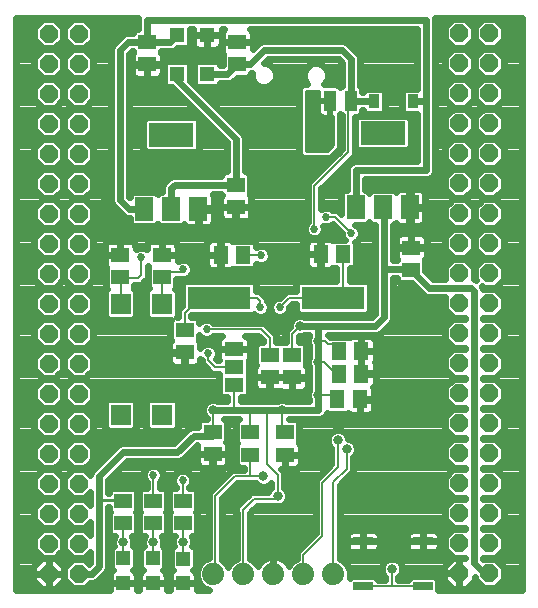
<source format=gbl>
G75*
G70*
%OFA0B0*%
%FSLAX24Y24*%
%IPPOS*%
%LPD*%
%AMOC8*
5,1,8,0,0,1.08239X$1,22.5*
%
%ADD10R,0.0512X0.0591*%
%ADD11R,0.0591X0.0512*%
%ADD12C,0.0740*%
%ADD13R,0.0515X0.0515*%
%ADD14OC8,0.0600*%
%ADD15R,0.0402X0.0701*%
%ADD16R,0.0700X0.0700*%
%ADD17R,0.0630X0.0460*%
%ADD18R,0.0472X0.0472*%
%ADD19R,0.0650X0.0300*%
%ADD20R,0.0591X0.0787*%
%ADD21R,0.1496X0.0787*%
%ADD22R,0.2100X0.0760*%
%ADD23R,0.0358X0.0480*%
%ADD24C,0.0240*%
%ADD25C,0.0320*%
%ADD26C,0.0120*%
%ADD27C,0.0270*%
%ADD28C,0.0080*%
%ADD29C,0.0100*%
%ADD30C,0.0350*%
D10*
X011190Y011922D03*
X011238Y012784D03*
X011238Y013532D03*
X011986Y013532D03*
X011986Y012784D03*
X011938Y011922D03*
X011376Y016762D03*
X010628Y016762D03*
X008046Y016742D03*
X007298Y016742D03*
D11*
X007802Y018338D03*
X007802Y019086D03*
X005352Y016736D03*
X005352Y015988D03*
X006102Y014236D03*
X006102Y013488D03*
X007029Y010846D03*
X007029Y010098D03*
X006047Y008546D03*
X006047Y007798D03*
X005052Y007790D03*
X005052Y008538D03*
X004052Y008538D03*
X004052Y007790D03*
X008287Y010083D03*
X008287Y010831D03*
X009449Y010826D03*
X009449Y010078D03*
X009682Y012658D03*
X009682Y013406D03*
X008934Y013416D03*
X008934Y012668D03*
X013652Y016238D03*
X013652Y016986D03*
X007852Y023088D03*
X007852Y023836D03*
X004852Y023836D03*
X004852Y023088D03*
X003952Y016736D03*
X003952Y015988D03*
D12*
X007059Y006102D03*
X008059Y006102D03*
X009059Y006102D03*
X010059Y006102D03*
X011059Y006102D03*
D13*
X006852Y022762D03*
X005852Y022762D03*
X005852Y024062D03*
X006852Y024062D03*
D14*
X002564Y024114D03*
X002564Y023114D03*
X002564Y022114D03*
X002564Y021114D03*
X002564Y020114D03*
X002564Y019114D03*
X002564Y018114D03*
X002564Y017114D03*
X002564Y016114D03*
X002564Y015114D03*
X002564Y014114D03*
X002564Y013114D03*
X002564Y012114D03*
X002564Y011114D03*
X002564Y010114D03*
X002564Y009114D03*
X002564Y008114D03*
X002564Y007114D03*
X002564Y006114D03*
X001564Y006114D03*
X001564Y007114D03*
X001564Y008114D03*
X001564Y009114D03*
X001564Y010114D03*
X001564Y011114D03*
X001564Y012114D03*
X001564Y013114D03*
X001564Y014114D03*
X001564Y015114D03*
X001564Y016114D03*
X001564Y017114D03*
X001564Y018114D03*
X001564Y019114D03*
X001564Y020114D03*
X001564Y021114D03*
X001564Y022114D03*
X001564Y023114D03*
X001564Y024114D03*
X015254Y024127D03*
X015254Y023127D03*
X015254Y022127D03*
X015254Y021127D03*
X015254Y020127D03*
X015254Y019127D03*
X015254Y018127D03*
X015254Y017127D03*
X015254Y016127D03*
X015254Y015127D03*
X015254Y014127D03*
X015254Y013127D03*
X015254Y012127D03*
X015254Y011127D03*
X015254Y010127D03*
X015254Y009127D03*
X015254Y008127D03*
X015254Y007127D03*
X015254Y006127D03*
X016254Y006127D03*
X016254Y007127D03*
X016254Y008127D03*
X016254Y009127D03*
X016254Y010127D03*
X016254Y011127D03*
X016254Y012127D03*
X016254Y013127D03*
X016254Y014127D03*
X016254Y015127D03*
X016254Y016127D03*
X016254Y017127D03*
X016254Y018127D03*
X016254Y019127D03*
X016254Y020127D03*
X016254Y021127D03*
X016254Y022127D03*
X016254Y023127D03*
X016254Y024127D03*
D15*
X011645Y021879D03*
X010944Y021879D03*
D16*
X005341Y015112D03*
X003963Y015112D03*
X003963Y011411D03*
X005341Y011411D03*
D17*
X007742Y012402D03*
X007742Y013002D03*
X007742Y013602D03*
D18*
X006052Y006615D03*
X006052Y005789D03*
X005042Y005794D03*
X005042Y006620D03*
X004052Y006620D03*
X004052Y005794D03*
D19*
X012052Y005692D03*
X012052Y007192D03*
X014052Y007192D03*
X014052Y005692D03*
D20*
X013607Y018322D03*
X012702Y018322D03*
X011796Y018322D03*
X006557Y018272D03*
X005652Y018272D03*
X004746Y018272D03*
D21*
X005652Y020752D03*
X012702Y020802D03*
D22*
X011052Y015312D03*
X007252Y015312D03*
D23*
X012408Y021862D03*
X013696Y021862D03*
D24*
X000492Y024628D02*
X000492Y005572D01*
X003596Y005572D01*
X003596Y005793D01*
X004052Y005793D01*
X004052Y005794D01*
X004508Y005794D01*
X004508Y006059D01*
X004493Y006115D01*
X004464Y006165D01*
X004423Y006206D01*
X004386Y006227D01*
X004468Y006309D01*
X004468Y006931D01*
X004366Y007033D01*
X004392Y007094D01*
X004392Y007230D01*
X004340Y007354D01*
X004422Y007354D01*
X004527Y007460D01*
X004527Y008121D01*
X004484Y008164D01*
X004527Y008208D01*
X004527Y008869D01*
X004422Y008974D01*
X003682Y008974D01*
X003577Y008869D01*
X003577Y008792D01*
X003552Y008792D01*
X003552Y009238D01*
X004176Y009862D01*
X005912Y009862D01*
X006022Y009908D01*
X006106Y009992D01*
X006520Y010406D01*
X006514Y010383D01*
X006514Y010106D01*
X007021Y010106D01*
X007021Y010090D01*
X006514Y010090D01*
X006514Y009813D01*
X006529Y009757D01*
X006558Y009707D01*
X006599Y009666D01*
X006649Y009637D01*
X006705Y009622D01*
X007021Y009622D01*
X007021Y010090D01*
X007037Y010090D01*
X007037Y009622D01*
X007354Y009622D01*
X007410Y009637D01*
X007460Y009666D01*
X007501Y009707D01*
X007530Y009757D01*
X007545Y009813D01*
X007545Y010090D01*
X007038Y010090D01*
X007038Y010106D01*
X007545Y010106D01*
X007545Y010383D01*
X007530Y010439D01*
X007501Y010489D01*
X007489Y010500D01*
X007505Y010515D01*
X007505Y011176D01*
X007419Y011262D01*
X007812Y011262D01*
X007912Y011262D01*
X007812Y011161D01*
X007812Y010500D01*
X007855Y010457D01*
X007812Y010413D01*
X007812Y009752D01*
X007917Y009647D01*
X008067Y009647D01*
X008067Y009577D01*
X007858Y009577D01*
X007676Y009577D01*
X007036Y008937D01*
X006907Y008808D01*
X006907Y006634D01*
X006748Y006568D01*
X006593Y006413D01*
X006509Y006211D01*
X006509Y005992D01*
X006593Y005790D01*
X006748Y005636D01*
X006902Y005572D01*
X006508Y005572D01*
X006508Y005788D01*
X006052Y005788D01*
X006052Y005789D01*
X006508Y005789D01*
X006508Y006054D01*
X006493Y006110D01*
X006464Y006160D01*
X006423Y006201D01*
X006386Y006222D01*
X006468Y006304D01*
X006468Y006926D01*
X006363Y007031D01*
X006361Y007031D01*
X006387Y007094D01*
X006387Y007230D01*
X006335Y007354D01*
X006328Y007362D01*
X006417Y007362D01*
X006522Y007467D01*
X006522Y008128D01*
X006479Y008172D01*
X006522Y008215D01*
X006522Y008876D01*
X006417Y008982D01*
X006252Y008982D01*
X006252Y008996D01*
X006299Y009043D01*
X006347Y009159D01*
X006347Y009285D01*
X006299Y009400D01*
X006210Y009489D01*
X006095Y009537D01*
X005969Y009537D01*
X005854Y009489D01*
X005765Y009400D01*
X005717Y009285D01*
X005717Y009159D01*
X005765Y009043D01*
X005812Y008996D01*
X005812Y008982D01*
X005677Y008982D01*
X005572Y008876D01*
X005572Y008215D01*
X005615Y008172D01*
X005572Y008128D01*
X005572Y007467D01*
X005677Y007362D01*
X005766Y007362D01*
X005759Y007354D01*
X005707Y007230D01*
X005707Y007094D01*
X005735Y007026D01*
X005636Y006926D01*
X005636Y006304D01*
X005718Y006222D01*
X005681Y006201D01*
X005640Y006160D01*
X005611Y006110D01*
X005596Y006054D01*
X005596Y005789D01*
X006052Y005789D01*
X006052Y005788D01*
X005596Y005788D01*
X005596Y005572D01*
X005498Y005572D01*
X005498Y005793D01*
X005042Y005793D01*
X005042Y005794D01*
X005498Y005794D01*
X005498Y006059D01*
X005483Y006115D01*
X005454Y006165D01*
X005413Y006206D01*
X005376Y006227D01*
X005458Y006309D01*
X005458Y006931D01*
X005364Y007026D01*
X005392Y007094D01*
X005392Y007230D01*
X005340Y007354D01*
X005340Y007354D01*
X005422Y007354D01*
X005527Y007460D01*
X005527Y008121D01*
X005484Y008164D01*
X005527Y008208D01*
X005527Y008869D01*
X005422Y008974D01*
X005272Y008974D01*
X005272Y009176D01*
X005319Y009223D01*
X005367Y009339D01*
X005367Y009465D01*
X005319Y009580D01*
X005230Y009669D01*
X005115Y009717D01*
X004989Y009717D01*
X004874Y009669D01*
X004785Y009580D01*
X004737Y009465D01*
X004737Y009339D01*
X004785Y009223D01*
X004832Y009176D01*
X004832Y008974D01*
X004682Y008974D01*
X004577Y008869D01*
X004577Y008208D01*
X004620Y008164D01*
X004577Y008121D01*
X004577Y007460D01*
X004682Y007354D01*
X004764Y007354D01*
X004712Y007230D01*
X004712Y007094D01*
X004736Y007036D01*
X004731Y007036D01*
X004626Y006931D01*
X004626Y006309D01*
X004708Y006227D01*
X004671Y006206D01*
X004630Y006165D01*
X004601Y006115D01*
X004586Y006059D01*
X004586Y005794D01*
X005042Y005794D01*
X005042Y005793D01*
X004586Y005793D01*
X004586Y005572D01*
X004508Y005572D01*
X004508Y005793D01*
X004052Y005793D01*
X004052Y005794D01*
X003596Y005794D01*
X003596Y006059D01*
X003611Y006115D01*
X003640Y006165D01*
X003681Y006206D01*
X003718Y006227D01*
X003636Y006309D01*
X003636Y006931D01*
X003737Y007033D01*
X003712Y007094D01*
X003712Y007230D01*
X003764Y007354D01*
X003682Y007354D01*
X003577Y007460D01*
X003577Y008121D01*
X003620Y008164D01*
X003577Y008208D01*
X003577Y008332D01*
X003552Y008332D01*
X003552Y006302D01*
X003506Y006192D01*
X003422Y006108D01*
X003422Y006108D01*
X003259Y005944D01*
X003259Y005944D01*
X003174Y005860D01*
X003064Y005814D01*
X002943Y005814D01*
X002763Y005634D01*
X002366Y005634D01*
X002084Y005916D01*
X002084Y006313D01*
X002366Y006594D01*
X002763Y006594D01*
X002912Y006446D01*
X002952Y006486D01*
X002952Y006823D01*
X002763Y006634D01*
X002366Y006634D01*
X002084Y006916D01*
X002084Y007313D01*
X002366Y007594D01*
X002763Y007594D01*
X002952Y007406D01*
X002952Y007823D01*
X002763Y007634D01*
X002366Y007634D01*
X002084Y007916D01*
X002084Y008313D01*
X002366Y008594D01*
X002763Y008594D01*
X002952Y008406D01*
X002952Y008502D01*
X002952Y008823D01*
X002763Y008634D01*
X002366Y008634D01*
X002084Y008916D01*
X002084Y009313D01*
X002366Y009594D01*
X002763Y009594D01*
X002952Y009406D01*
X002952Y009422D01*
X002998Y009532D01*
X003798Y010332D01*
X003798Y010332D01*
X003882Y010416D01*
X003992Y010462D01*
X005728Y010462D01*
X006234Y010968D01*
X006344Y011014D01*
X006464Y011014D01*
X006554Y011014D01*
X006554Y011176D01*
X006660Y011282D01*
X006832Y011282D01*
X006832Y011301D01*
X006764Y011369D01*
X006712Y011494D01*
X006712Y011630D01*
X006764Y011754D01*
X006859Y011850D01*
X006984Y011902D01*
X007120Y011902D01*
X007216Y011862D01*
X007522Y011862D01*
X007522Y011992D01*
X007352Y011992D01*
X007247Y012097D01*
X007247Y012706D01*
X007247Y012782D01*
X007021Y012782D01*
X006892Y012911D01*
X006892Y012911D01*
X006662Y013141D01*
X006662Y013236D01*
X006617Y013281D01*
X006617Y013203D01*
X006602Y013147D01*
X006573Y013097D01*
X006532Y013056D01*
X006482Y013027D01*
X006426Y013012D01*
X006110Y013012D01*
X006110Y013480D01*
X006094Y013480D01*
X005587Y013480D01*
X005587Y013203D01*
X005602Y013147D01*
X005631Y013097D01*
X005672Y013056D01*
X005722Y013027D01*
X005778Y013012D01*
X006094Y013012D01*
X006094Y013480D01*
X006094Y013496D01*
X005587Y013496D01*
X005587Y013773D01*
X005602Y013829D01*
X005631Y013879D01*
X005642Y013890D01*
X005627Y013905D01*
X005627Y014566D01*
X005643Y014582D01*
X004916Y014582D01*
X004811Y014688D01*
X004811Y015537D01*
X004904Y015630D01*
X004877Y015657D01*
X004877Y016318D01*
X004892Y016334D01*
X004881Y016345D01*
X004872Y016360D01*
X004872Y016153D01*
X004872Y015971D01*
X004772Y015871D01*
X004643Y015742D01*
X004427Y015742D01*
X004427Y015657D01*
X004400Y015630D01*
X004493Y015537D01*
X004493Y014688D01*
X004388Y014582D01*
X003538Y014582D01*
X003433Y014688D01*
X003433Y015537D01*
X003515Y015619D01*
X003477Y015657D01*
X003477Y016318D01*
X003492Y016334D01*
X003481Y016345D01*
X003452Y016395D01*
X003437Y016451D01*
X003437Y016728D01*
X003944Y016728D01*
X003944Y016744D01*
X003944Y017212D01*
X003628Y017212D01*
X003572Y017197D01*
X003522Y017168D01*
X003481Y017127D01*
X003452Y017077D01*
X003437Y017021D01*
X003437Y016744D01*
X003944Y016744D01*
X003960Y016744D01*
X003960Y017212D01*
X004276Y017212D01*
X004332Y017197D01*
X004382Y017168D01*
X004423Y017127D01*
X004452Y017077D01*
X004467Y017021D01*
X004467Y016923D01*
X004474Y016929D01*
X004589Y016977D01*
X004715Y016977D01*
X004830Y016929D01*
X004837Y016923D01*
X004837Y017021D01*
X004852Y017077D01*
X004881Y017127D01*
X004922Y017168D01*
X004972Y017197D01*
X005028Y017212D01*
X005344Y017212D01*
X005344Y016744D01*
X005360Y016744D01*
X005360Y017212D01*
X005676Y017212D01*
X005732Y017197D01*
X005782Y017168D01*
X005823Y017127D01*
X005852Y017077D01*
X005867Y017021D01*
X005867Y016744D01*
X005360Y016744D01*
X005360Y016728D01*
X005867Y016728D01*
X005867Y016523D01*
X005874Y016529D01*
X005989Y016577D01*
X006115Y016577D01*
X006230Y016529D01*
X006319Y016440D01*
X006367Y016325D01*
X006367Y016199D01*
X006319Y016083D01*
X006230Y015995D01*
X006115Y015947D01*
X006048Y015947D01*
X006043Y015942D01*
X005861Y015942D01*
X005827Y015942D01*
X005827Y015657D01*
X005789Y015619D01*
X006022Y015619D01*
X006022Y015766D02*
X006022Y015043D01*
X005882Y014903D01*
X005882Y014721D01*
X005882Y014672D01*
X005855Y014672D01*
X005871Y014688D01*
X005871Y015537D01*
X005789Y015619D01*
X005827Y015858D02*
X006113Y015858D01*
X006127Y015872D02*
X006022Y015766D01*
X006127Y015872D02*
X008376Y015872D01*
X008482Y015766D01*
X008482Y015532D01*
X008593Y015532D01*
X008842Y015283D01*
X008842Y015217D01*
X008889Y015170D01*
X008937Y015055D01*
X008937Y014929D01*
X008889Y014813D01*
X008800Y014725D01*
X008685Y014677D01*
X008559Y014677D01*
X008444Y014725D01*
X008396Y014772D01*
X008376Y014752D01*
X006353Y014752D01*
X006322Y014721D01*
X006322Y014672D01*
X006472Y014672D01*
X006577Y014566D01*
X006577Y014453D01*
X006654Y014529D01*
X006769Y014577D01*
X006895Y014577D01*
X007010Y014529D01*
X007057Y014482D01*
X008743Y014482D01*
X008872Y014353D01*
X009154Y014070D01*
X009154Y013888D01*
X009154Y013852D01*
X009304Y013852D01*
X009314Y013842D01*
X009462Y013842D01*
X009462Y014013D01*
X009460Y014015D01*
X009462Y014104D01*
X009462Y014193D01*
X009464Y014195D01*
X009464Y014197D01*
X009528Y014259D01*
X009591Y014322D01*
X009593Y014322D01*
X009612Y014340D01*
X009612Y014430D01*
X009664Y014554D01*
X009759Y014650D01*
X009884Y014702D01*
X010020Y014702D01*
X010116Y014662D01*
X010612Y014662D01*
X012328Y014662D01*
X012452Y014786D01*
X012452Y016322D01*
X012452Y017748D01*
X012332Y017748D01*
X012249Y017831D01*
X012166Y017748D01*
X011784Y017748D01*
X011830Y017729D01*
X011919Y017640D01*
X011967Y017525D01*
X011967Y017399D01*
X011919Y017283D01*
X011830Y017195D01*
X011773Y017171D01*
X011812Y017132D01*
X011812Y016392D01*
X011706Y016287D01*
X011596Y016287D01*
X011596Y015872D01*
X012176Y015872D01*
X012282Y015766D01*
X012282Y014857D01*
X012176Y014752D01*
X009927Y014752D01*
X009822Y014857D01*
X009822Y015092D01*
X009683Y015092D01*
X009587Y014996D01*
X009587Y014929D01*
X009539Y014813D01*
X009450Y014725D01*
X009335Y014677D01*
X009209Y014677D01*
X009094Y014725D01*
X009005Y014813D01*
X008957Y014929D01*
X008957Y015055D01*
X009005Y015170D01*
X009094Y015259D01*
X009209Y015307D01*
X009276Y015307D01*
X009501Y015532D01*
X009683Y015532D01*
X009822Y015532D01*
X009822Y015766D01*
X009927Y015872D01*
X011156Y015872D01*
X011156Y016287D01*
X011046Y016287D01*
X011030Y016302D01*
X011019Y016291D01*
X010969Y016262D01*
X010913Y016247D01*
X010636Y016247D01*
X010636Y016754D01*
X010620Y016754D01*
X010152Y016754D01*
X010152Y016438D01*
X010167Y016382D01*
X010196Y016332D01*
X010237Y016291D01*
X010287Y016262D01*
X010343Y016247D01*
X010620Y016247D01*
X010620Y016754D01*
X010620Y016770D01*
X010620Y017277D01*
X010343Y017277D01*
X010287Y017262D01*
X010237Y017233D01*
X010196Y017192D01*
X010167Y017142D01*
X010152Y017086D01*
X010152Y016770D01*
X010620Y016770D01*
X010636Y016770D01*
X010636Y017277D01*
X010913Y017277D01*
X010969Y017262D01*
X011019Y017233D01*
X011030Y017222D01*
X011046Y017237D01*
X011431Y017237D01*
X011385Y017283D01*
X011337Y017399D01*
X011337Y017466D01*
X011034Y017769D01*
X011000Y017735D01*
X010885Y017687D01*
X010759Y017687D01*
X010721Y017703D01*
X010737Y017665D01*
X010737Y017539D01*
X010689Y017423D01*
X010600Y017335D01*
X010485Y017287D01*
X010359Y017287D01*
X010244Y017335D01*
X010155Y017423D01*
X010107Y017539D01*
X010107Y017665D01*
X010155Y017780D01*
X010202Y017827D01*
X010202Y018941D01*
X010202Y019123D01*
X011332Y020253D01*
X011332Y021387D01*
X011294Y021424D01*
X011282Y021412D01*
X011282Y020507D01*
X011282Y020317D01*
X011082Y020117D01*
X010947Y019982D01*
X010247Y019982D01*
X010057Y019982D01*
X009922Y020117D01*
X009922Y022307D01*
X010057Y022442D01*
X010191Y022442D01*
X010131Y022502D01*
X010071Y022648D01*
X010071Y022806D01*
X010131Y022952D01*
X010243Y023064D01*
X010389Y023124D01*
X010547Y023124D01*
X010693Y023064D01*
X010805Y022952D01*
X010865Y022806D01*
X010865Y022648D01*
X010805Y022502D01*
X010745Y022442D01*
X010957Y022442D01*
X011147Y022442D01*
X011179Y022410D01*
X011219Y022410D01*
X011294Y022335D01*
X011345Y022385D01*
X011345Y023145D01*
X011228Y023262D01*
X008876Y023262D01*
X008738Y023124D01*
X008815Y023124D01*
X008961Y023064D01*
X009072Y022952D01*
X009133Y022806D01*
X009133Y022648D01*
X009072Y022502D01*
X008961Y022390D01*
X008815Y022330D01*
X008657Y022330D01*
X008511Y022390D01*
X008399Y022502D01*
X008339Y022648D01*
X008339Y022788D01*
X008338Y022788D01*
X008327Y022788D01*
X008327Y022757D01*
X008222Y022652D01*
X007840Y022652D01*
X007696Y022508D01*
X007586Y022462D01*
X007466Y022462D01*
X007289Y022462D01*
X007289Y022430D01*
X007184Y022324D01*
X006520Y022324D01*
X006414Y022430D01*
X006414Y023094D01*
X006520Y023199D01*
X007184Y023199D01*
X007289Y023094D01*
X007289Y023062D01*
X007377Y023062D01*
X007377Y023418D01*
X007392Y023434D01*
X007381Y023445D01*
X007352Y023495D01*
X007337Y023551D01*
X007337Y023828D01*
X007844Y023828D01*
X007844Y023844D01*
X007337Y023844D01*
X007337Y024121D01*
X007352Y024177D01*
X007381Y024227D01*
X007416Y024262D01*
X007329Y024262D01*
X007329Y024062D01*
X006852Y024062D01*
X006852Y024062D01*
X007329Y024062D01*
X007329Y023775D01*
X007314Y023719D01*
X007285Y023669D01*
X007244Y023628D01*
X007194Y023599D01*
X007138Y023584D01*
X006852Y023584D01*
X006852Y024061D01*
X006852Y024061D01*
X006852Y023584D01*
X006565Y023584D01*
X006510Y023599D01*
X006459Y023628D01*
X006418Y023669D01*
X006389Y023719D01*
X006374Y023775D01*
X006374Y024062D01*
X006852Y024062D01*
X006852Y024062D01*
X006374Y024062D01*
X006374Y024262D01*
X006289Y024262D01*
X006289Y023730D01*
X006387Y023730D01*
X006289Y023730D02*
X006184Y023624D01*
X005839Y023624D01*
X005796Y023582D01*
X005686Y023536D01*
X005566Y023536D01*
X005327Y023536D01*
X005327Y023505D01*
X005312Y023490D01*
X005323Y023479D01*
X005352Y023429D01*
X005367Y023373D01*
X005367Y023096D01*
X004860Y023096D01*
X004860Y023080D01*
X005367Y023080D01*
X005367Y022803D01*
X005352Y022747D01*
X005323Y022697D01*
X005282Y022656D01*
X005232Y022627D01*
X005176Y022612D01*
X004860Y022612D01*
X004860Y023080D01*
X004844Y023080D01*
X004337Y023080D01*
X004337Y022803D01*
X004352Y022747D01*
X004381Y022697D01*
X004422Y022656D01*
X004472Y022627D01*
X004528Y022612D01*
X004844Y022612D01*
X004844Y023080D01*
X004844Y023096D01*
X004337Y023096D01*
X004337Y023373D01*
X004352Y023429D01*
X004381Y023479D01*
X004392Y023490D01*
X004377Y023505D01*
X004377Y023536D01*
X004350Y023536D01*
X004252Y023438D01*
X004252Y018686D01*
X004271Y018667D01*
X004271Y018740D01*
X004377Y018845D01*
X005116Y018845D01*
X005199Y018762D01*
X005282Y018845D01*
X005352Y018845D01*
X005352Y019022D01*
X005398Y019132D01*
X005482Y019216D01*
X005606Y019340D01*
X005716Y019386D01*
X005836Y019386D01*
X007327Y019386D01*
X007327Y019416D01*
X007432Y019522D01*
X007502Y019522D01*
X007502Y020488D01*
X005665Y022324D01*
X005520Y022324D01*
X005414Y022430D01*
X005414Y023094D01*
X005520Y023199D01*
X006184Y023199D01*
X006289Y023094D01*
X006289Y022549D01*
X008056Y020782D01*
X008102Y020672D01*
X008102Y020552D01*
X008102Y019522D01*
X008172Y019522D01*
X008277Y019416D01*
X008277Y018755D01*
X008262Y018740D01*
X008273Y018729D01*
X008302Y018679D01*
X008317Y018623D01*
X008317Y018346D01*
X007810Y018346D01*
X007810Y018330D01*
X008317Y018330D01*
X008317Y018053D01*
X008302Y017997D01*
X008273Y017947D01*
X008232Y017906D01*
X008182Y017877D01*
X008126Y017862D01*
X007810Y017862D01*
X007810Y018330D01*
X007794Y018330D01*
X007287Y018330D01*
X007287Y018053D01*
X007302Y017997D01*
X007331Y017947D01*
X007372Y017906D01*
X007422Y017877D01*
X007478Y017862D01*
X007794Y017862D01*
X007794Y018330D01*
X007794Y018346D01*
X007287Y018346D01*
X007287Y018623D01*
X007302Y018679D01*
X007331Y018729D01*
X007342Y018740D01*
X007327Y018755D01*
X007327Y018786D01*
X007037Y018786D01*
X007058Y018750D01*
X007073Y018694D01*
X007073Y018299D01*
X006585Y018299D01*
X006585Y018244D01*
X006585Y017658D01*
X006882Y017658D01*
X006938Y017673D01*
X006988Y017702D01*
X007029Y017743D01*
X007058Y017793D01*
X007073Y017849D01*
X007073Y018244D01*
X006585Y018244D01*
X006530Y018244D01*
X006530Y017658D01*
X006233Y017658D01*
X006177Y017673D01*
X006127Y017702D01*
X006086Y017743D01*
X006079Y017755D01*
X006022Y017698D01*
X005282Y017698D01*
X005199Y017781D01*
X005116Y017698D01*
X004377Y017698D01*
X004271Y017803D01*
X004271Y017972D01*
X004182Y017972D01*
X004072Y018017D01*
X003698Y018392D01*
X003652Y018502D01*
X003652Y018622D01*
X003652Y023502D01*
X003652Y023622D01*
X003698Y023732D01*
X004056Y024090D01*
X004166Y024136D01*
X004286Y024136D01*
X004377Y024136D01*
X004377Y024166D01*
X004482Y024272D01*
X004552Y024272D01*
X004552Y024502D01*
X004552Y024622D01*
X004555Y024628D01*
X000492Y024628D01*
X000492Y024445D02*
X001217Y024445D01*
X001084Y024313D02*
X001084Y023916D01*
X001366Y023634D01*
X001763Y023634D01*
X002044Y023916D01*
X002044Y024313D01*
X001763Y024594D01*
X001366Y024594D01*
X001084Y024313D01*
X001084Y024207D02*
X000492Y024207D01*
X000492Y023968D02*
X001084Y023968D01*
X001270Y023730D02*
X000492Y023730D01*
X000492Y023491D02*
X001262Y023491D01*
X001366Y023594D02*
X001084Y023313D01*
X001084Y022916D01*
X001366Y022634D01*
X001763Y022634D01*
X002044Y022916D01*
X002044Y023313D01*
X001763Y023594D01*
X001366Y023594D01*
X001084Y023253D02*
X000492Y023253D01*
X000492Y023014D02*
X001084Y023014D01*
X001225Y022776D02*
X000492Y022776D01*
X000492Y022537D02*
X001308Y022537D01*
X001366Y022594D02*
X001084Y022313D01*
X001084Y021916D01*
X001366Y021634D01*
X001763Y021634D01*
X002044Y021916D01*
X002044Y022313D01*
X001763Y022594D01*
X001366Y022594D01*
X001084Y022298D02*
X000492Y022298D01*
X000492Y022060D02*
X001084Y022060D01*
X001179Y021821D02*
X000492Y021821D01*
X000492Y021583D02*
X001354Y021583D01*
X001366Y021594D02*
X001084Y021313D01*
X001084Y020916D01*
X001366Y020634D01*
X001763Y020634D01*
X002044Y020916D01*
X002044Y021313D01*
X001763Y021594D01*
X001366Y021594D01*
X001116Y021344D02*
X000492Y021344D01*
X000492Y021106D02*
X001084Y021106D01*
X001133Y020867D02*
X000492Y020867D01*
X000492Y020629D02*
X003652Y020629D01*
X003652Y020867D02*
X002996Y020867D01*
X003044Y020916D02*
X002763Y020634D01*
X002366Y020634D01*
X002084Y020916D01*
X002084Y021313D01*
X002366Y021594D01*
X002763Y021594D01*
X003044Y021313D01*
X003044Y020916D01*
X003044Y021106D02*
X003652Y021106D01*
X003652Y021344D02*
X003013Y021344D01*
X002775Y021583D02*
X003652Y021583D01*
X003652Y021821D02*
X002950Y021821D01*
X003044Y021916D02*
X002763Y021634D01*
X002366Y021634D01*
X002084Y021916D01*
X002084Y022313D01*
X002366Y022594D01*
X002763Y022594D01*
X003044Y022313D01*
X003044Y021916D01*
X003044Y022060D02*
X003652Y022060D01*
X003652Y022298D02*
X003044Y022298D01*
X002821Y022537D02*
X003652Y022537D01*
X003652Y022776D02*
X002904Y022776D01*
X003044Y022916D02*
X002763Y022634D01*
X002366Y022634D01*
X002084Y022916D01*
X002084Y023313D01*
X002366Y023594D01*
X002763Y023594D01*
X003044Y023313D01*
X003044Y022916D01*
X003044Y023014D02*
X003652Y023014D01*
X003652Y023253D02*
X003044Y023253D01*
X002866Y023491D02*
X003652Y023491D01*
X003697Y023730D02*
X002859Y023730D01*
X002763Y023634D02*
X003044Y023916D01*
X003044Y024313D01*
X002763Y024594D01*
X002366Y024594D01*
X002084Y024313D01*
X002084Y023916D01*
X002366Y023634D01*
X002763Y023634D01*
X003044Y023968D02*
X003934Y023968D01*
X004226Y023836D02*
X003952Y023562D01*
X003952Y018562D01*
X004242Y018272D01*
X004746Y018272D01*
X004271Y018720D02*
X004252Y018720D01*
X004252Y018959D02*
X005352Y018959D01*
X005463Y019197D02*
X004252Y019197D01*
X004252Y019436D02*
X007346Y019436D01*
X007502Y019674D02*
X004252Y019674D01*
X004252Y019913D02*
X007502Y019913D01*
X007502Y020152D02*
X004252Y020152D01*
X004252Y020390D02*
X004724Y020390D01*
X004724Y020284D02*
X004829Y020178D01*
X006475Y020178D01*
X006580Y020284D01*
X006580Y021220D01*
X006475Y021326D01*
X004829Y021326D01*
X004724Y021220D01*
X004724Y020284D01*
X004724Y020629D02*
X004252Y020629D01*
X004252Y020867D02*
X004724Y020867D01*
X004724Y021106D02*
X004252Y021106D01*
X004252Y021344D02*
X006645Y021344D01*
X006580Y021106D02*
X006884Y021106D01*
X007122Y020867D02*
X006580Y020867D01*
X006580Y020629D02*
X007361Y020629D01*
X007502Y020390D02*
X006580Y020390D01*
X006407Y021583D02*
X004252Y021583D01*
X004252Y021821D02*
X006168Y021821D01*
X005930Y022060D02*
X004252Y022060D01*
X004252Y022298D02*
X005691Y022298D01*
X005852Y022562D02*
X007802Y020612D01*
X007802Y019086D01*
X005776Y019086D01*
X005652Y018962D01*
X005652Y018272D01*
X005214Y017766D02*
X005184Y017766D01*
X005344Y017051D02*
X005360Y017051D01*
X005344Y016812D02*
X005360Y016812D01*
X005867Y016812D02*
X006822Y016812D01*
X006822Y016750D02*
X007290Y016750D01*
X007290Y017257D01*
X007013Y017257D01*
X006957Y017242D01*
X006907Y017213D01*
X006866Y017172D01*
X006837Y017122D01*
X006822Y017066D01*
X006822Y016750D01*
X006822Y016734D02*
X006822Y016418D01*
X006837Y016362D01*
X006866Y016312D01*
X006907Y016271D01*
X006957Y016242D01*
X007013Y016227D01*
X007290Y016227D01*
X007290Y016734D01*
X006822Y016734D01*
X006822Y016573D02*
X006123Y016573D01*
X005981Y016573D02*
X005867Y016573D01*
X005859Y017051D02*
X006822Y017051D01*
X007290Y017051D02*
X007306Y017051D01*
X007306Y017257D02*
X007306Y016750D01*
X007290Y016750D01*
X007290Y016734D01*
X007306Y016734D01*
X007306Y016227D01*
X007583Y016227D01*
X007639Y016242D01*
X007689Y016271D01*
X007700Y016282D01*
X007716Y016267D01*
X008376Y016267D01*
X008482Y016372D01*
X008482Y016451D01*
X008589Y016407D01*
X008715Y016407D01*
X008830Y016455D01*
X008919Y016543D01*
X008967Y016659D01*
X008967Y016785D01*
X008919Y016900D01*
X008830Y016989D01*
X008715Y017037D01*
X008589Y017037D01*
X008482Y016992D01*
X008482Y017112D01*
X008376Y017217D01*
X007716Y017217D01*
X007700Y017202D01*
X007689Y017213D01*
X007639Y017242D01*
X007583Y017257D01*
X007306Y017257D01*
X007290Y016812D02*
X007306Y016812D01*
X007290Y016573D02*
X007306Y016573D01*
X007290Y016335D02*
X007306Y016335D01*
X006852Y016335D02*
X006363Y016335D01*
X006324Y016096D02*
X011156Y016096D01*
X011596Y016096D02*
X012452Y016096D01*
X012452Y015858D02*
X012191Y015858D01*
X012282Y015619D02*
X012452Y015619D01*
X012452Y015381D02*
X012282Y015381D01*
X012282Y015142D02*
X012452Y015142D01*
X012452Y014904D02*
X012282Y014904D01*
X012331Y014665D02*
X010108Y014665D01*
X009796Y014665D02*
X006478Y014665D01*
X006577Y014071D02*
X006654Y013995D01*
X006769Y013947D01*
X006895Y013947D01*
X007010Y013995D01*
X007057Y014042D01*
X007361Y014042D01*
X007342Y014037D01*
X007292Y014008D01*
X007251Y013967D01*
X007222Y013917D01*
X007207Y013861D01*
X007207Y013602D01*
X007742Y013602D01*
X008277Y013602D01*
X008277Y013861D01*
X008262Y013917D01*
X008233Y013967D01*
X008192Y014008D01*
X008142Y014037D01*
X008123Y014042D01*
X008561Y014042D01*
X008714Y013888D01*
X008714Y013852D01*
X008565Y013852D01*
X008459Y013746D01*
X008459Y013085D01*
X008475Y013070D01*
X008463Y013059D01*
X008434Y013009D01*
X008419Y012953D01*
X008419Y012676D01*
X008926Y012676D01*
X008926Y012660D01*
X008419Y012660D01*
X008419Y012383D01*
X008434Y012327D01*
X008463Y012277D01*
X008504Y012236D01*
X008554Y012207D01*
X008610Y012192D01*
X008926Y012192D01*
X008926Y012660D01*
X008942Y012660D01*
X008942Y012192D01*
X009259Y012192D01*
X009294Y012201D01*
X009302Y012197D01*
X009358Y012182D01*
X009674Y012182D01*
X009674Y012650D01*
X009450Y012650D01*
X009450Y012660D01*
X008943Y012660D01*
X008943Y012676D01*
X009167Y012676D01*
X009167Y012666D01*
X009674Y012666D01*
X009674Y012650D01*
X009690Y012650D01*
X009690Y012666D01*
X010197Y012666D01*
X010197Y012943D01*
X010182Y012999D01*
X010153Y013049D01*
X010142Y013060D01*
X010157Y013075D01*
X010157Y013736D01*
X010052Y013842D01*
X009902Y013842D01*
X009902Y014008D01*
X009916Y014022D01*
X010020Y014022D01*
X010116Y014062D01*
X010252Y014062D01*
X010252Y014026D01*
X010212Y013930D01*
X010212Y013794D01*
X010252Y013698D01*
X010252Y013326D01*
X010212Y013230D01*
X010212Y013094D01*
X010252Y012998D01*
X010252Y012226D01*
X010212Y012130D01*
X010212Y011994D01*
X010252Y011898D01*
X010252Y011862D01*
X009516Y011862D01*
X009420Y011902D01*
X009284Y011902D01*
X009188Y011862D01*
X008892Y011862D01*
X008292Y011862D01*
X007962Y011862D01*
X007962Y011992D01*
X008131Y011992D01*
X008237Y012097D01*
X008237Y012706D01*
X008237Y013244D01*
X008262Y013287D01*
X008277Y013343D01*
X008277Y013602D01*
X007742Y013602D01*
X007742Y013602D01*
X007742Y013602D01*
X007207Y013602D01*
X007207Y013343D01*
X007222Y013287D01*
X007247Y013244D01*
X007247Y013222D01*
X007203Y013222D01*
X007145Y013280D01*
X007149Y013283D01*
X007197Y013399D01*
X007197Y013525D01*
X007149Y013640D01*
X007060Y013729D01*
X006945Y013777D01*
X006819Y013777D01*
X006704Y013729D01*
X006617Y013643D01*
X006617Y013773D01*
X006602Y013829D01*
X006573Y013879D01*
X006562Y013890D01*
X006577Y013905D01*
X006577Y014071D01*
X006577Y013949D02*
X006763Y013949D01*
X006901Y013949D02*
X007241Y013949D01*
X007207Y013711D02*
X007078Y013711D01*
X007197Y013472D02*
X007207Y013472D01*
X007191Y013234D02*
X007247Y013234D01*
X007247Y012757D02*
X002886Y012757D01*
X002763Y012634D02*
X003044Y012916D01*
X003044Y013313D01*
X002763Y013594D01*
X002366Y013594D01*
X002084Y013313D01*
X002084Y012916D01*
X002366Y012634D01*
X002763Y012634D01*
X002763Y012594D02*
X002366Y012594D01*
X002084Y012313D01*
X002084Y011916D01*
X002366Y011634D01*
X002763Y011634D01*
X003044Y011916D01*
X003044Y012313D01*
X002763Y012594D01*
X002839Y012518D02*
X007247Y012518D01*
X007247Y012280D02*
X003044Y012280D01*
X003044Y012041D02*
X007303Y012041D01*
X007052Y011562D02*
X007752Y011562D01*
X008352Y011562D01*
X008952Y011562D01*
X009352Y011562D01*
X010552Y011562D01*
X010552Y012062D01*
X010552Y011962D01*
X010552Y012062D02*
X010552Y013162D01*
X010552Y013862D01*
X010552Y014362D01*
X009952Y014362D01*
X009612Y014427D02*
X008798Y014427D01*
X009037Y014188D02*
X009462Y014188D01*
X009462Y013949D02*
X009154Y013949D01*
X008653Y013949D02*
X008243Y013949D01*
X008277Y013711D02*
X008459Y013711D01*
X008459Y013472D02*
X008277Y013472D01*
X008237Y013234D02*
X008459Y013234D01*
X008431Y012995D02*
X008237Y012995D01*
X008237Y012757D02*
X008419Y012757D01*
X008419Y012518D02*
X008237Y012518D01*
X008237Y012280D02*
X008462Y012280D01*
X008181Y012041D02*
X010212Y012041D01*
X010112Y012226D02*
X010153Y012267D01*
X010182Y012317D01*
X010197Y012373D01*
X010197Y012650D01*
X009690Y012650D01*
X009690Y012182D01*
X010006Y012182D01*
X010062Y012197D01*
X010112Y012226D01*
X010161Y012280D02*
X010252Y012280D01*
X010252Y012518D02*
X010197Y012518D01*
X010197Y012757D02*
X010252Y012757D01*
X010252Y012995D02*
X010183Y012995D01*
X010157Y013234D02*
X010214Y013234D01*
X010252Y013472D02*
X010157Y013472D01*
X010157Y013711D02*
X010246Y013711D01*
X010220Y013949D02*
X009902Y013949D01*
X010552Y014362D02*
X012452Y014362D01*
X012752Y014662D01*
X012752Y016262D01*
X013652Y016262D01*
X013652Y016238D01*
X014253Y015637D01*
X015652Y015637D01*
X015752Y015537D01*
X015752Y006462D01*
X016087Y006127D01*
X016254Y006127D01*
X015864Y005839D02*
X015702Y005839D01*
X015774Y005911D02*
X015774Y006015D01*
X015774Y006015D01*
X015774Y005928D01*
X016056Y005647D01*
X016453Y005647D01*
X016734Y005928D01*
X016734Y006326D01*
X016453Y006607D01*
X016056Y006607D01*
X016052Y006603D01*
X016052Y006651D01*
X016056Y006647D01*
X016453Y006647D01*
X016734Y006928D01*
X016734Y007326D01*
X016453Y007607D01*
X016056Y007607D01*
X016052Y007603D01*
X016052Y007651D01*
X016056Y007647D01*
X016453Y007647D01*
X016734Y007928D01*
X016734Y008326D01*
X016453Y008607D01*
X016056Y008607D01*
X016052Y008603D01*
X016052Y008651D01*
X016056Y008647D01*
X016453Y008647D01*
X016734Y008928D01*
X016734Y009326D01*
X016453Y009607D01*
X016056Y009607D01*
X016052Y009603D01*
X016052Y009651D01*
X016056Y009647D01*
X016453Y009647D01*
X016734Y009928D01*
X016734Y010326D01*
X016453Y010607D01*
X016056Y010607D01*
X016052Y010603D01*
X016052Y010651D01*
X016056Y010647D01*
X016453Y010647D01*
X016734Y010928D01*
X016734Y011326D01*
X016453Y011607D01*
X016056Y011607D01*
X016052Y011603D01*
X016052Y011651D01*
X016056Y011647D01*
X016453Y011647D01*
X016734Y011928D01*
X016734Y012326D01*
X016453Y012607D01*
X016056Y012607D01*
X016052Y012603D01*
X016052Y012651D01*
X016056Y012647D01*
X016453Y012647D01*
X016734Y012928D01*
X016734Y013326D01*
X016453Y013607D01*
X016056Y013607D01*
X016052Y013603D01*
X016052Y013651D01*
X016056Y013647D01*
X016453Y013647D01*
X016734Y013928D01*
X016734Y014326D01*
X016453Y014607D01*
X016056Y014607D01*
X016052Y014603D01*
X016052Y014651D01*
X016056Y014647D01*
X016453Y014647D01*
X016734Y014928D01*
X016734Y015326D01*
X016453Y015607D01*
X016056Y015607D01*
X016050Y015601D01*
X016014Y015689D01*
X016056Y015647D01*
X016453Y015647D01*
X016734Y015928D01*
X016734Y016326D01*
X016453Y016607D01*
X016056Y016607D01*
X015774Y016326D01*
X015774Y015928D01*
X015804Y015899D01*
X015734Y015928D01*
X015734Y015928D01*
X015734Y016326D01*
X015453Y016607D01*
X015056Y016607D01*
X014774Y016326D01*
X014774Y015937D01*
X014377Y015937D01*
X014127Y016187D01*
X014127Y016568D01*
X014112Y016584D01*
X014123Y016595D01*
X014152Y016645D01*
X014167Y016701D01*
X014167Y016978D01*
X013660Y016978D01*
X013660Y016994D01*
X013644Y016994D01*
X013644Y017462D01*
X013328Y017462D01*
X013272Y017447D01*
X013222Y017418D01*
X013181Y017377D01*
X013152Y017327D01*
X013137Y017271D01*
X013137Y016994D01*
X013644Y016994D01*
X013644Y016978D01*
X013137Y016978D01*
X013137Y016701D01*
X013152Y016645D01*
X013181Y016595D01*
X013192Y016584D01*
X013177Y016568D01*
X013177Y016562D01*
X013052Y016562D01*
X013052Y017748D01*
X013072Y017748D01*
X013129Y017805D01*
X013136Y017793D01*
X013177Y017752D01*
X013227Y017723D01*
X013283Y017708D01*
X013580Y017708D01*
X013580Y018294D01*
X013635Y018294D01*
X013635Y017708D01*
X013932Y017708D01*
X013988Y017723D01*
X014038Y017752D01*
X014079Y017793D01*
X014108Y017843D01*
X014123Y017899D01*
X014123Y018294D01*
X013635Y018294D01*
X013635Y018349D01*
X014123Y018349D01*
X014123Y018744D01*
X014108Y018800D01*
X014079Y018850D01*
X014038Y018891D01*
X013988Y018920D01*
X013932Y018935D01*
X013635Y018935D01*
X013635Y018350D01*
X013580Y018350D01*
X013580Y018935D01*
X013283Y018935D01*
X013227Y018920D01*
X013177Y018891D01*
X013136Y018850D01*
X013129Y018838D01*
X013072Y018895D01*
X012332Y018895D01*
X012249Y018812D01*
X012166Y018895D01*
X012102Y018895D01*
X012102Y019262D01*
X014092Y019262D01*
X014212Y019262D01*
X014322Y019308D01*
X014406Y019392D01*
X014452Y019502D01*
X014452Y021922D01*
X014452Y024622D01*
X014449Y024628D01*
X017347Y024628D01*
X017347Y005572D01*
X014557Y005572D01*
X014557Y005916D01*
X014451Y006022D01*
X013652Y006022D01*
X013547Y005916D01*
X013547Y005912D01*
X013227Y005912D01*
X013227Y006001D01*
X013300Y006074D01*
X013352Y006199D01*
X013352Y006335D01*
X013300Y006459D01*
X013205Y006555D01*
X014947Y006555D01*
X015039Y006647D02*
X014734Y006342D01*
X014734Y006127D01*
X015254Y006127D01*
X015254Y006127D01*
X014734Y006127D01*
X014734Y005911D01*
X015039Y005607D01*
X015254Y005607D01*
X015254Y006126D01*
X015255Y006126D01*
X015255Y005607D01*
X015470Y005607D01*
X015774Y005911D01*
X015255Y005839D02*
X015254Y005839D01*
X015254Y006078D02*
X015255Y006078D01*
X015254Y006127D02*
X015254Y006647D01*
X015039Y006647D01*
X015056Y006647D02*
X015452Y006647D01*
X015452Y006647D01*
X015255Y006647D01*
X015255Y006127D01*
X015254Y006127D01*
X015254Y006316D02*
X015255Y006316D01*
X015254Y006555D02*
X015255Y006555D01*
X015056Y006647D02*
X014774Y006928D01*
X014774Y007326D01*
X015056Y007607D01*
X015452Y007607D01*
X015452Y007647D01*
X015056Y007647D01*
X014774Y007928D01*
X014774Y008326D01*
X015056Y008607D01*
X015452Y008607D01*
X015452Y008647D01*
X015056Y008647D01*
X014774Y008928D01*
X014774Y009326D01*
X015056Y009607D01*
X015452Y009607D01*
X015452Y009647D01*
X015056Y009647D01*
X014774Y009928D01*
X014774Y010326D01*
X015056Y010607D01*
X015452Y010607D01*
X015452Y010647D01*
X015056Y010647D01*
X014774Y010928D01*
X014774Y011326D01*
X015056Y011607D01*
X015452Y011607D01*
X015452Y011647D01*
X015056Y011647D01*
X014774Y011928D01*
X014774Y012326D01*
X015056Y012607D01*
X015452Y012607D01*
X015452Y012647D01*
X015056Y012647D01*
X014774Y012928D01*
X014774Y013326D01*
X015056Y013607D01*
X015452Y013607D01*
X015452Y013647D01*
X015056Y013647D01*
X014774Y013928D01*
X014774Y014326D01*
X015056Y014607D01*
X015452Y014607D01*
X015452Y014647D01*
X015056Y014647D01*
X014774Y014928D01*
X014774Y015326D01*
X014786Y015337D01*
X014313Y015337D01*
X014193Y015337D01*
X014083Y015383D01*
X013664Y015802D01*
X013282Y015802D01*
X013177Y015907D01*
X013177Y015962D01*
X013052Y015962D01*
X013052Y014722D01*
X013052Y014602D01*
X013006Y014492D01*
X012706Y014192D01*
X012622Y014108D01*
X012512Y014062D01*
X010888Y014062D01*
X010943Y014007D01*
X011568Y014007D01*
X011584Y013992D01*
X011595Y014003D01*
X011645Y014032D01*
X011701Y014047D01*
X011978Y014047D01*
X011978Y013540D01*
X011994Y013540D01*
X011994Y014047D01*
X012271Y014047D01*
X012327Y014032D01*
X012377Y014003D01*
X012418Y013962D01*
X012447Y013912D01*
X012462Y013856D01*
X012462Y013540D01*
X011994Y013540D01*
X011994Y013524D01*
X012462Y013524D01*
X012462Y013208D01*
X012449Y013158D01*
X012462Y013109D01*
X012462Y012792D01*
X011994Y012792D01*
X011994Y012776D01*
X012462Y012776D01*
X012462Y012460D01*
X012447Y012404D01*
X012418Y012354D01*
X012387Y012323D01*
X012399Y012302D01*
X012414Y012246D01*
X012414Y011930D01*
X011947Y011930D01*
X011947Y011914D01*
X012414Y011914D01*
X012414Y011598D01*
X012399Y011542D01*
X012370Y011492D01*
X012329Y011451D01*
X012279Y011422D01*
X012223Y011407D01*
X011946Y011407D01*
X011946Y011914D01*
X011930Y011914D01*
X011930Y011407D01*
X011654Y011407D01*
X011598Y011422D01*
X011547Y011451D01*
X011536Y011462D01*
X011521Y011447D01*
X010860Y011447D01*
X010838Y011469D01*
X010806Y011392D01*
X010722Y011308D01*
X010612Y011262D01*
X009572Y011262D01*
X009572Y011262D01*
X009819Y011262D01*
X009925Y011156D01*
X009925Y010495D01*
X009909Y010480D01*
X009921Y010469D01*
X009950Y010419D01*
X009965Y010363D01*
X009965Y010086D01*
X009458Y010086D01*
X009458Y010070D01*
X009965Y010070D01*
X009965Y009793D01*
X009950Y009737D01*
X009921Y009687D01*
X009880Y009646D01*
X009830Y009617D01*
X009774Y009602D01*
X009457Y009602D01*
X009457Y010070D01*
X009441Y010070D01*
X009441Y009602D01*
X009323Y009602D01*
X009422Y009503D01*
X009422Y009321D01*
X009422Y008963D01*
X009490Y008894D01*
X009542Y008770D01*
X009542Y008634D01*
X009490Y008509D01*
X009395Y008414D01*
X009270Y008362D01*
X009134Y008362D01*
X009086Y008382D01*
X009011Y008382D01*
X008501Y008382D01*
X008267Y008149D01*
X008276Y006607D01*
X008371Y006568D01*
X008526Y006413D01*
X008539Y006381D01*
X008555Y006411D01*
X008609Y006486D01*
X008675Y006552D01*
X008750Y006606D01*
X008833Y006649D01*
X008921Y006677D01*
X009013Y006692D01*
X009059Y006692D01*
X009059Y006102D01*
X009060Y006102D01*
X009060Y006692D01*
X009106Y006692D01*
X009198Y006677D01*
X009286Y006649D01*
X009369Y006606D01*
X009444Y006552D01*
X009509Y006486D01*
X009564Y006411D01*
X009580Y006381D01*
X009593Y006413D01*
X009748Y006568D01*
X009839Y006606D01*
X009839Y006630D01*
X009839Y006630D01*
X009839Y006630D01*
X009839Y006631D01*
X009839Y006831D01*
X009968Y006959D01*
X010464Y007456D01*
X010464Y009053D01*
X010464Y009236D01*
X010982Y009753D01*
X010982Y010301D01*
X010914Y010369D01*
X010862Y010494D01*
X010862Y010630D01*
X010914Y010754D01*
X011009Y010850D01*
X011134Y010902D01*
X011270Y010902D01*
X011395Y010850D01*
X011490Y010754D01*
X011542Y010630D01*
X011542Y010602D01*
X011570Y010602D01*
X011695Y010550D01*
X011790Y010454D01*
X011842Y010330D01*
X011842Y010194D01*
X011790Y010069D01*
X011722Y010001D01*
X011722Y009703D01*
X011722Y009521D01*
X011279Y009078D01*
X011279Y006606D01*
X011371Y006568D01*
X011526Y006413D01*
X011609Y006211D01*
X011609Y005992D01*
X011600Y005969D01*
X011652Y006022D01*
X012451Y006022D01*
X012557Y005916D01*
X012557Y005912D01*
X012787Y005912D01*
X012787Y006011D01*
X012724Y006074D01*
X012672Y006199D01*
X012672Y006335D01*
X012724Y006459D01*
X012819Y006555D01*
X012944Y006607D01*
X013080Y006607D01*
X013205Y006555D01*
X013352Y006316D02*
X014734Y006316D01*
X014734Y006078D02*
X013301Y006078D01*
X012819Y006555D02*
X011385Y006555D01*
X011279Y006793D02*
X014909Y006793D01*
X014774Y007032D02*
X014597Y007032D01*
X014597Y007013D02*
X014597Y007192D01*
X014597Y007371D01*
X014582Y007427D01*
X014553Y007477D01*
X014512Y007518D01*
X014462Y007547D01*
X014406Y007562D01*
X014052Y007562D01*
X014052Y007192D01*
X014052Y007192D01*
X014052Y007562D01*
X013698Y007562D01*
X013642Y007547D01*
X013592Y007518D01*
X013551Y007477D01*
X013522Y007427D01*
X013507Y007371D01*
X013507Y007192D01*
X014052Y007192D01*
X014597Y007192D01*
X014052Y007192D01*
X014052Y007192D01*
X014052Y007192D01*
X014052Y007191D02*
X014052Y006822D01*
X014406Y006822D01*
X014462Y006837D01*
X014512Y006866D01*
X014553Y006907D01*
X014582Y006957D01*
X014597Y007013D01*
X014597Y007270D02*
X014774Y007270D01*
X014958Y007509D02*
X014521Y007509D01*
X014774Y007986D02*
X011279Y007986D01*
X011279Y008224D02*
X014774Y008224D01*
X014912Y008463D02*
X011279Y008463D01*
X011279Y008701D02*
X015001Y008701D01*
X014774Y008940D02*
X011279Y008940D01*
X011380Y009179D02*
X014774Y009179D01*
X014866Y009417D02*
X011618Y009417D01*
X011722Y009656D02*
X015047Y009656D01*
X014808Y009894D02*
X011722Y009894D01*
X011816Y010133D02*
X014774Y010133D01*
X014820Y010371D02*
X011825Y010371D01*
X011542Y010610D02*
X015452Y010610D01*
X014854Y010848D02*
X011396Y010848D01*
X011008Y010848D02*
X009925Y010848D01*
X009925Y010610D02*
X010862Y010610D01*
X010913Y010371D02*
X009962Y010371D01*
X009965Y010133D02*
X010982Y010133D01*
X010982Y009894D02*
X009965Y009894D01*
X009890Y009656D02*
X010885Y009656D01*
X010646Y009417D02*
X009422Y009417D01*
X009422Y009179D02*
X010464Y009179D01*
X010464Y008940D02*
X009445Y008940D01*
X009542Y008701D02*
X010464Y008701D01*
X010464Y008463D02*
X009444Y008463D01*
X008884Y008822D02*
X008914Y008894D01*
X008982Y008963D01*
X008982Y009131D01*
X008920Y009069D01*
X008795Y009017D01*
X008659Y009017D01*
X008534Y009069D01*
X008466Y009137D01*
X008156Y009137D01*
X007858Y009137D01*
X007347Y008626D01*
X007347Y006578D01*
X007371Y006568D01*
X007526Y006413D01*
X007559Y006332D01*
X007593Y006413D01*
X007748Y006568D01*
X007837Y006605D01*
X007828Y008148D01*
X007827Y008148D01*
X007827Y008242D01*
X007826Y008329D01*
X007827Y008330D01*
X007827Y008331D01*
X007892Y008396D01*
X007955Y008459D01*
X007955Y008459D01*
X008189Y008693D01*
X008318Y008822D01*
X008884Y008822D01*
X008959Y008940D02*
X007661Y008940D01*
X007423Y008701D02*
X008198Y008701D01*
X007959Y008463D02*
X007347Y008463D01*
X007347Y008224D02*
X007827Y008224D01*
X007828Y007986D02*
X007347Y007986D01*
X007347Y007747D02*
X007830Y007747D01*
X007831Y007509D02*
X007347Y007509D01*
X007347Y007270D02*
X007833Y007270D01*
X007834Y007032D02*
X007347Y007032D01*
X007347Y006793D02*
X007835Y006793D01*
X007734Y006555D02*
X007385Y006555D01*
X006907Y006793D02*
X006468Y006793D01*
X006468Y006555D02*
X006734Y006555D01*
X006553Y006316D02*
X006468Y006316D01*
X006502Y006078D02*
X006509Y006078D01*
X006508Y005839D02*
X006573Y005839D01*
X006508Y005600D02*
X006833Y005600D01*
X006907Y007032D02*
X006361Y007032D01*
X006370Y007270D02*
X006907Y007270D01*
X006907Y007509D02*
X006522Y007509D01*
X006522Y007747D02*
X006907Y007747D01*
X006907Y007986D02*
X006522Y007986D01*
X006522Y008224D02*
X006907Y008224D01*
X006907Y008463D02*
X006522Y008463D01*
X006522Y008701D02*
X006907Y008701D01*
X007039Y008940D02*
X006459Y008940D01*
X006347Y009179D02*
X007278Y009179D01*
X007516Y009417D02*
X006282Y009417D01*
X006617Y009656D02*
X005244Y009656D01*
X005367Y009417D02*
X005782Y009417D01*
X005717Y009179D02*
X005274Y009179D01*
X005456Y008940D02*
X005635Y008940D01*
X005572Y008701D02*
X005527Y008701D01*
X005527Y008463D02*
X005572Y008463D01*
X005572Y008224D02*
X005527Y008224D01*
X005527Y007986D02*
X005572Y007986D01*
X005572Y007747D02*
X005527Y007747D01*
X005527Y007509D02*
X005572Y007509D01*
X005724Y007270D02*
X005375Y007270D01*
X005366Y007032D02*
X005733Y007032D01*
X005636Y006793D02*
X005458Y006793D01*
X005458Y006555D02*
X005636Y006555D01*
X005636Y006316D02*
X005458Y006316D01*
X005493Y006078D02*
X005602Y006078D01*
X005596Y005839D02*
X005498Y005839D01*
X005498Y005600D02*
X005596Y005600D01*
X004586Y005600D02*
X004508Y005600D01*
X004508Y005839D02*
X004586Y005839D01*
X004591Y006078D02*
X004503Y006078D01*
X004468Y006316D02*
X004626Y006316D01*
X004626Y006555D02*
X004468Y006555D01*
X004468Y006793D02*
X004626Y006793D01*
X004726Y007032D02*
X004367Y007032D01*
X004375Y007270D02*
X004729Y007270D01*
X004764Y007354D02*
X004764Y007354D01*
X004577Y007509D02*
X004527Y007509D01*
X004527Y007747D02*
X004577Y007747D01*
X004577Y007986D02*
X004527Y007986D01*
X004527Y008224D02*
X004577Y008224D01*
X004577Y008463D02*
X004527Y008463D01*
X004527Y008701D02*
X004577Y008701D01*
X004648Y008940D02*
X004456Y008940D01*
X004830Y009179D02*
X003552Y009179D01*
X003552Y008940D02*
X003648Y008940D01*
X003731Y009417D02*
X004737Y009417D01*
X004860Y009656D02*
X003970Y009656D01*
X004052Y010162D02*
X003252Y009362D01*
X003252Y008562D01*
X003252Y006362D01*
X003004Y006114D01*
X002564Y006114D01*
X002161Y005839D02*
X002024Y005839D01*
X002084Y005899D02*
X002084Y006114D01*
X001565Y006114D01*
X001565Y006115D01*
X001564Y006115D01*
X001564Y006634D01*
X001349Y006634D01*
X001044Y006330D01*
X001044Y006115D01*
X001564Y006115D01*
X001564Y006114D01*
X001044Y006114D01*
X001044Y005899D01*
X001349Y005594D01*
X001564Y005594D01*
X001564Y006114D01*
X001565Y006114D01*
X001565Y005594D01*
X001780Y005594D01*
X002084Y005899D01*
X002084Y006078D02*
X002084Y006078D01*
X002084Y006115D02*
X002084Y006330D01*
X001780Y006634D01*
X001565Y006634D01*
X001565Y006115D01*
X002084Y006115D01*
X002084Y006316D02*
X002087Y006316D01*
X001860Y006555D02*
X002326Y006555D01*
X002207Y006793D02*
X001922Y006793D01*
X002044Y006916D02*
X001763Y006634D01*
X001366Y006634D01*
X001084Y006916D01*
X001084Y007313D01*
X001366Y007594D01*
X001763Y007594D01*
X002044Y007313D01*
X002044Y006916D01*
X002044Y007032D02*
X002084Y007032D01*
X002084Y007270D02*
X002044Y007270D01*
X001849Y007509D02*
X002280Y007509D01*
X002253Y007747D02*
X001876Y007747D01*
X001763Y007634D02*
X002044Y007916D01*
X002044Y008313D01*
X001763Y008594D01*
X001366Y008594D01*
X001084Y008313D01*
X001084Y007916D01*
X001366Y007634D01*
X001763Y007634D01*
X002044Y007986D02*
X002084Y007986D01*
X002084Y008224D02*
X002044Y008224D01*
X001895Y008463D02*
X002234Y008463D01*
X002299Y008701D02*
X001830Y008701D01*
X001763Y008634D02*
X002044Y008916D01*
X002044Y009313D01*
X001763Y009594D01*
X001366Y009594D01*
X001084Y009313D01*
X001084Y008916D01*
X001366Y008634D01*
X001763Y008634D01*
X002044Y008940D02*
X002084Y008940D01*
X002084Y009179D02*
X002044Y009179D01*
X001941Y009417D02*
X002188Y009417D01*
X002366Y009634D02*
X002763Y009634D01*
X003044Y009916D01*
X003044Y010313D01*
X002763Y010594D01*
X002366Y010594D01*
X002084Y010313D01*
X002084Y009916D01*
X002366Y009634D01*
X002344Y009656D02*
X001785Y009656D01*
X001763Y009634D02*
X002044Y009916D01*
X002044Y010313D01*
X001763Y010594D01*
X001366Y010594D01*
X001084Y010313D01*
X001084Y009916D01*
X001366Y009634D01*
X001763Y009634D01*
X002023Y009894D02*
X002106Y009894D01*
X002084Y010133D02*
X002044Y010133D01*
X001986Y010371D02*
X002143Y010371D01*
X002366Y010634D02*
X002763Y010634D01*
X003044Y010916D01*
X003044Y011313D01*
X002763Y011594D01*
X002366Y011594D01*
X002084Y011313D01*
X002084Y010916D01*
X002366Y010634D01*
X002152Y010848D02*
X001977Y010848D01*
X002044Y010916D02*
X001763Y010634D01*
X001366Y010634D01*
X001084Y010916D01*
X001084Y011313D01*
X001366Y011594D01*
X001763Y011594D01*
X002044Y011313D01*
X002044Y010916D01*
X002044Y011087D02*
X002084Y011087D01*
X002097Y011325D02*
X002032Y011325D01*
X001794Y011564D02*
X002335Y011564D01*
X002198Y011803D02*
X001931Y011803D01*
X002044Y011916D02*
X001763Y011634D01*
X001366Y011634D01*
X001084Y011916D01*
X001084Y012313D01*
X001366Y012594D01*
X001763Y012594D01*
X002044Y012313D01*
X002044Y011916D01*
X002044Y012041D02*
X002084Y012041D01*
X002084Y012280D02*
X002044Y012280D01*
X001839Y012518D02*
X002289Y012518D01*
X002243Y012757D02*
X001886Y012757D01*
X001763Y012634D02*
X002044Y012916D01*
X002044Y013313D01*
X001763Y013594D01*
X001366Y013594D01*
X001084Y013313D01*
X001084Y012916D01*
X001366Y012634D01*
X001763Y012634D01*
X002044Y012995D02*
X002084Y012995D01*
X002084Y013234D02*
X002044Y013234D01*
X001885Y013472D02*
X002244Y013472D01*
X002366Y013634D02*
X002084Y013916D01*
X002084Y014313D01*
X002366Y014594D01*
X002763Y014594D01*
X003044Y014313D01*
X003044Y013916D01*
X002763Y013634D01*
X002366Y013634D01*
X002289Y013711D02*
X001840Y013711D01*
X001763Y013634D02*
X002044Y013916D01*
X002044Y014313D01*
X001763Y014594D01*
X001366Y014594D01*
X001084Y014313D01*
X001084Y013916D01*
X001366Y013634D01*
X001763Y013634D01*
X002044Y013949D02*
X002084Y013949D01*
X002084Y014188D02*
X002044Y014188D01*
X001931Y014427D02*
X002198Y014427D01*
X002366Y014634D02*
X002763Y014634D01*
X003044Y014916D01*
X003044Y015313D01*
X002763Y015594D01*
X002366Y015594D01*
X002084Y015313D01*
X002084Y014916D01*
X002366Y014634D01*
X002335Y014665D02*
X001794Y014665D01*
X001763Y014634D02*
X002044Y014916D01*
X002044Y015313D01*
X001763Y015594D01*
X001366Y015594D01*
X001084Y015313D01*
X001084Y014916D01*
X001366Y014634D01*
X001763Y014634D01*
X002032Y014904D02*
X002096Y014904D01*
X002084Y015142D02*
X002044Y015142D01*
X001977Y015381D02*
X002152Y015381D01*
X002366Y015634D02*
X002763Y015634D01*
X003044Y015916D01*
X003044Y016313D01*
X002763Y016594D01*
X002366Y016594D01*
X002084Y016313D01*
X002084Y015916D01*
X002366Y015634D01*
X002142Y015858D02*
X001987Y015858D01*
X002044Y015916D02*
X001763Y015634D01*
X001366Y015634D01*
X001084Y015916D01*
X001084Y016313D01*
X001366Y016594D01*
X001763Y016594D01*
X002044Y016313D01*
X002044Y015916D01*
X002044Y016096D02*
X002084Y016096D01*
X002106Y016335D02*
X002023Y016335D01*
X001784Y016573D02*
X002345Y016573D01*
X002366Y016634D02*
X002763Y016634D01*
X003044Y016916D01*
X003044Y017313D01*
X002763Y017594D01*
X002366Y017594D01*
X002084Y017313D01*
X002084Y016916D01*
X002366Y016634D01*
X002188Y016812D02*
X001941Y016812D01*
X002044Y016916D02*
X001763Y016634D01*
X001366Y016634D01*
X001084Y016916D01*
X001084Y017313D01*
X001366Y017594D01*
X001763Y017594D01*
X002044Y017313D01*
X002044Y016916D01*
X002044Y017051D02*
X002084Y017051D01*
X002084Y017289D02*
X002044Y017289D01*
X001830Y017528D02*
X002299Y017528D01*
X002366Y017634D02*
X002763Y017634D01*
X003044Y017916D01*
X003044Y018313D01*
X002763Y018594D01*
X002366Y018594D01*
X002084Y018313D01*
X002084Y017916D01*
X002366Y017634D01*
X002234Y017766D02*
X001895Y017766D01*
X001763Y017634D02*
X002044Y017916D01*
X002044Y018313D01*
X001763Y018594D01*
X001366Y018594D01*
X001084Y018313D01*
X001084Y017916D01*
X001366Y017634D01*
X001763Y017634D01*
X002044Y018005D02*
X002084Y018005D01*
X002084Y018243D02*
X002044Y018243D01*
X001876Y018482D02*
X002253Y018482D01*
X002366Y018634D02*
X002763Y018634D01*
X003044Y018916D01*
X003044Y019313D01*
X002763Y019594D01*
X002366Y019594D01*
X002084Y019313D01*
X002084Y018916D01*
X002366Y018634D01*
X002280Y018720D02*
X001849Y018720D01*
X001763Y018634D02*
X002044Y018916D01*
X002044Y019313D01*
X001763Y019594D01*
X001366Y019594D01*
X001084Y019313D01*
X001084Y018916D01*
X001366Y018634D01*
X001763Y018634D01*
X002044Y018959D02*
X002084Y018959D01*
X002084Y019197D02*
X002044Y019197D01*
X001922Y019436D02*
X002207Y019436D01*
X002366Y019634D02*
X002084Y019916D01*
X002084Y020313D01*
X002366Y020594D01*
X002763Y020594D01*
X003044Y020313D01*
X003044Y019916D01*
X002763Y019634D01*
X002366Y019634D01*
X002326Y019674D02*
X001803Y019674D01*
X001763Y019634D02*
X002044Y019916D01*
X002044Y020313D01*
X001763Y020594D01*
X001366Y020594D01*
X001084Y020313D01*
X001084Y019916D01*
X001366Y019634D01*
X001763Y019634D01*
X002042Y019913D02*
X002087Y019913D01*
X002084Y020152D02*
X002044Y020152D01*
X001968Y020390D02*
X002161Y020390D01*
X002133Y020867D02*
X001996Y020867D01*
X002044Y021106D02*
X002084Y021106D01*
X002116Y021344D02*
X002013Y021344D01*
X001775Y021583D02*
X002354Y021583D01*
X002179Y021821D02*
X001950Y021821D01*
X002044Y022060D02*
X002084Y022060D01*
X002084Y022298D02*
X002044Y022298D01*
X001821Y022537D02*
X002308Y022537D01*
X002225Y022776D02*
X001904Y022776D01*
X002044Y023014D02*
X002084Y023014D01*
X002084Y023253D02*
X002044Y023253D01*
X001866Y023491D02*
X002262Y023491D01*
X002270Y023730D02*
X001859Y023730D01*
X002044Y023968D02*
X002084Y023968D01*
X002084Y024207D02*
X002044Y024207D01*
X001912Y024445D02*
X002217Y024445D01*
X002912Y024445D02*
X004552Y024445D01*
X004417Y024207D02*
X003044Y024207D01*
X004226Y023836D02*
X004852Y023836D01*
X004852Y024562D01*
X014152Y024562D01*
X014152Y021862D01*
X013696Y021862D01*
X013652Y021906D01*
X013337Y021821D02*
X012767Y021821D01*
X012767Y021583D02*
X013337Y021583D01*
X013337Y021547D02*
X013442Y021442D01*
X013852Y021442D01*
X013852Y019862D01*
X011862Y019862D01*
X011742Y019862D01*
X011632Y019816D01*
X011548Y019732D01*
X011502Y019622D01*
X011502Y018895D01*
X011427Y018895D01*
X011321Y018790D01*
X011321Y018104D01*
X011203Y018222D01*
X011047Y018222D01*
X011000Y018269D01*
X010885Y018317D01*
X010759Y018317D01*
X010644Y018269D01*
X010642Y018267D01*
X010642Y018941D01*
X011772Y020071D01*
X011772Y020253D01*
X011772Y021349D01*
X011853Y021349D01*
X011774Y021270D01*
X011774Y020334D01*
X011879Y020228D01*
X013525Y020228D01*
X013630Y020334D01*
X013630Y021270D01*
X013525Y021376D01*
X011947Y021376D01*
X012026Y021454D01*
X012026Y021562D01*
X012049Y021562D01*
X012049Y021547D01*
X012155Y021442D01*
X012662Y021442D01*
X012767Y021547D01*
X012767Y022177D01*
X012662Y022282D01*
X012155Y022282D01*
X012049Y022177D01*
X012049Y022162D01*
X012026Y022162D01*
X012026Y022304D01*
X011945Y022385D01*
X011945Y023209D01*
X011945Y023329D01*
X011899Y023439D01*
X011522Y023816D01*
X011412Y023862D01*
X011292Y023862D01*
X008692Y023862D01*
X008582Y023816D01*
X008498Y023732D01*
X008367Y023601D01*
X008367Y023828D01*
X007860Y023828D01*
X007860Y023844D01*
X008367Y023844D01*
X008367Y024121D01*
X008352Y024177D01*
X008323Y024227D01*
X008288Y024262D01*
X013852Y024262D01*
X013852Y022282D01*
X013442Y022282D01*
X013337Y022177D01*
X013337Y021547D01*
X013556Y021344D02*
X013852Y021344D01*
X013852Y021106D02*
X013630Y021106D01*
X013630Y020867D02*
X013852Y020867D01*
X013852Y020629D02*
X013630Y020629D01*
X013630Y020390D02*
X013852Y020390D01*
X013852Y020152D02*
X011772Y020152D01*
X011772Y020390D02*
X011774Y020390D01*
X011772Y020629D02*
X011774Y020629D01*
X011772Y020867D02*
X011774Y020867D01*
X011772Y021106D02*
X011774Y021106D01*
X011772Y021344D02*
X011848Y021344D01*
X011752Y021862D02*
X011734Y021879D01*
X011645Y021879D01*
X011645Y023269D01*
X011352Y023562D01*
X008752Y023562D01*
X008278Y023088D01*
X007852Y023088D01*
X007526Y022762D01*
X006852Y022762D01*
X006414Y022776D02*
X006289Y022776D01*
X006289Y023014D02*
X006414Y023014D01*
X006414Y022537D02*
X006301Y022537D01*
X006540Y022298D02*
X009922Y022298D01*
X009922Y022060D02*
X006778Y022060D01*
X007017Y021821D02*
X009922Y021821D01*
X009922Y021583D02*
X007255Y021583D01*
X007494Y021344D02*
X009922Y021344D01*
X009922Y021106D02*
X007732Y021106D01*
X007971Y020867D02*
X009922Y020867D01*
X009922Y020629D02*
X008102Y020629D01*
X008102Y020390D02*
X009922Y020390D01*
X009922Y020152D02*
X008102Y020152D01*
X008102Y019913D02*
X010992Y019913D01*
X011117Y020152D02*
X011231Y020152D01*
X011282Y020390D02*
X011332Y020390D01*
X011332Y020629D02*
X011282Y020629D01*
X011282Y020867D02*
X011332Y020867D01*
X011332Y021106D02*
X011282Y021106D01*
X011282Y021344D02*
X011332Y021344D01*
X011752Y021862D02*
X012408Y021862D01*
X012767Y022060D02*
X013337Y022060D01*
X013852Y022298D02*
X012026Y022298D01*
X011945Y022537D02*
X013852Y022537D01*
X013852Y022776D02*
X011945Y022776D01*
X011945Y023014D02*
X013852Y023014D01*
X013852Y023253D02*
X011945Y023253D01*
X011847Y023491D02*
X013852Y023491D01*
X013852Y023730D02*
X011608Y023730D01*
X011237Y023253D02*
X008867Y023253D01*
X009010Y023014D02*
X010194Y023014D01*
X010071Y022776D02*
X009133Y022776D01*
X009087Y022537D02*
X010117Y022537D01*
X010819Y022537D02*
X011345Y022537D01*
X011345Y022776D02*
X010865Y022776D01*
X010743Y023014D02*
X011345Y023014D01*
X011614Y019913D02*
X013852Y019913D01*
X014152Y019562D02*
X011802Y019562D01*
X011802Y018327D01*
X011796Y018322D01*
X012184Y017766D02*
X012314Y017766D01*
X012452Y017528D02*
X011966Y017528D01*
X011921Y017289D02*
X012452Y017289D01*
X012452Y017051D02*
X011812Y017051D01*
X011812Y016812D02*
X012452Y016812D01*
X012452Y016573D02*
X011812Y016573D01*
X011755Y016335D02*
X012452Y016335D01*
X012752Y016262D02*
X012752Y018362D01*
X012712Y018322D01*
X012702Y018322D01*
X013090Y017766D02*
X013163Y017766D01*
X013052Y017528D02*
X014976Y017528D01*
X015056Y017607D02*
X014774Y017326D01*
X014774Y016928D01*
X015056Y016647D01*
X015453Y016647D01*
X015734Y016928D01*
X015734Y017326D01*
X015453Y017607D01*
X015056Y017607D01*
X015056Y017647D02*
X015453Y017647D01*
X015734Y017928D01*
X015734Y018326D01*
X015453Y018607D01*
X015056Y018607D01*
X014774Y018326D01*
X014774Y017928D01*
X015056Y017647D01*
X014936Y017766D02*
X014052Y017766D01*
X014123Y018005D02*
X014774Y018005D01*
X014774Y018243D02*
X014123Y018243D01*
X014123Y018482D02*
X014931Y018482D01*
X015056Y018647D02*
X015453Y018647D01*
X015734Y018928D01*
X015734Y019326D01*
X015453Y019607D01*
X015056Y019607D01*
X014774Y019326D01*
X014774Y018928D01*
X015056Y018647D01*
X014982Y018720D02*
X014123Y018720D01*
X013635Y018720D02*
X013580Y018720D01*
X013580Y018482D02*
X013635Y018482D01*
X013635Y018243D02*
X013580Y018243D01*
X013580Y018005D02*
X013635Y018005D01*
X013635Y017766D02*
X013580Y017766D01*
X013660Y017462D02*
X013660Y016994D01*
X014167Y016994D01*
X014167Y017271D01*
X014152Y017327D01*
X014123Y017377D01*
X014082Y017418D01*
X014032Y017447D01*
X013976Y017462D01*
X013660Y017462D01*
X013644Y017289D02*
X013660Y017289D01*
X013644Y017051D02*
X013660Y017051D01*
X013182Y016573D02*
X013052Y016573D01*
X013052Y016812D02*
X013137Y016812D01*
X013137Y017051D02*
X013052Y017051D01*
X013052Y017289D02*
X013142Y017289D01*
X013052Y015858D02*
X013226Y015858D01*
X013052Y015619D02*
X013846Y015619D01*
X014087Y015381D02*
X013052Y015381D01*
X013052Y015142D02*
X014774Y015142D01*
X014799Y014904D02*
X013052Y014904D01*
X013052Y014665D02*
X015037Y014665D01*
X014875Y014427D02*
X012941Y014427D01*
X012702Y014188D02*
X014774Y014188D01*
X014774Y013949D02*
X012425Y013949D01*
X012462Y013711D02*
X014992Y013711D01*
X014921Y013472D02*
X012462Y013472D01*
X012462Y013234D02*
X014774Y013234D01*
X014774Y012995D02*
X012462Y012995D01*
X012462Y012757D02*
X014946Y012757D01*
X014967Y012518D02*
X012462Y012518D01*
X012405Y012280D02*
X014774Y012280D01*
X014774Y012041D02*
X012414Y012041D01*
X012414Y011803D02*
X014900Y011803D01*
X015013Y011564D02*
X012405Y011564D01*
X011946Y011564D02*
X011930Y011564D01*
X011930Y011803D02*
X011946Y011803D01*
X011978Y012793D02*
X011978Y013300D01*
X011978Y013524D01*
X011994Y013524D01*
X011994Y013300D01*
X011994Y012793D01*
X011978Y012793D01*
X011978Y012995D02*
X011994Y012995D01*
X011978Y013234D02*
X011994Y013234D01*
X011978Y013472D02*
X011994Y013472D01*
X011978Y013711D02*
X011994Y013711D01*
X011978Y013949D02*
X011994Y013949D01*
X010636Y016335D02*
X010620Y016335D01*
X010620Y016573D02*
X010636Y016573D01*
X010620Y016812D02*
X010636Y016812D01*
X010620Y017051D02*
X010636Y017051D01*
X010490Y017289D02*
X011383Y017289D01*
X011275Y017528D02*
X010732Y017528D01*
X011032Y017766D02*
X011037Y017766D01*
X011026Y018243D02*
X011321Y018243D01*
X011321Y018482D02*
X010642Y018482D01*
X010642Y018720D02*
X011321Y018720D01*
X011502Y018959D02*
X010660Y018959D01*
X010899Y019197D02*
X011502Y019197D01*
X011502Y019436D02*
X011137Y019436D01*
X011376Y019674D02*
X011524Y019674D01*
X012102Y019197D02*
X014774Y019197D01*
X014774Y018959D02*
X012102Y018959D01*
X010753Y019674D02*
X008102Y019674D01*
X008258Y019436D02*
X010515Y019436D01*
X010276Y019197D02*
X008277Y019197D01*
X008277Y018959D02*
X010202Y018959D01*
X010202Y018720D02*
X008278Y018720D01*
X008317Y018482D02*
X010202Y018482D01*
X010202Y018243D02*
X008317Y018243D01*
X008304Y018005D02*
X010202Y018005D01*
X010149Y017766D02*
X007042Y017766D01*
X007073Y018005D02*
X007300Y018005D01*
X007287Y018243D02*
X007073Y018243D01*
X007073Y018482D02*
X007287Y018482D01*
X007326Y018720D02*
X007066Y018720D01*
X006585Y018243D02*
X006530Y018243D01*
X006530Y018005D02*
X006585Y018005D01*
X006585Y017766D02*
X006530Y017766D01*
X007794Y018005D02*
X007810Y018005D01*
X007794Y018243D02*
X007810Y018243D01*
X008482Y017051D02*
X010152Y017051D01*
X010152Y016812D02*
X008956Y016812D01*
X008931Y016573D02*
X010152Y016573D01*
X010194Y016335D02*
X008445Y016335D01*
X008391Y015858D02*
X009913Y015858D01*
X009822Y015619D02*
X008482Y015619D01*
X008744Y015381D02*
X009350Y015381D01*
X008993Y015142D02*
X008901Y015142D01*
X008926Y014904D02*
X008968Y014904D01*
X009576Y014904D02*
X009822Y014904D01*
X009690Y012518D02*
X009674Y012518D01*
X009674Y012280D02*
X009690Y012280D01*
X008942Y012280D02*
X008926Y012280D01*
X008926Y012518D02*
X008942Y012518D01*
X009925Y011087D02*
X014774Y011087D01*
X014774Y011325D02*
X010740Y011325D01*
X009457Y009894D02*
X009441Y009894D01*
X009441Y009656D02*
X009457Y009656D01*
X010464Y008224D02*
X008343Y008224D01*
X008268Y007986D02*
X010464Y007986D01*
X010464Y007747D02*
X008270Y007747D01*
X008271Y007509D02*
X010464Y007509D01*
X010279Y007270D02*
X008273Y007270D01*
X008274Y007032D02*
X010041Y007032D01*
X009839Y006793D02*
X008275Y006793D01*
X008385Y006555D02*
X008679Y006555D01*
X009059Y006555D02*
X009060Y006555D01*
X009059Y006316D02*
X009060Y006316D01*
X009440Y006555D02*
X009734Y006555D01*
X011279Y007032D02*
X011507Y007032D01*
X011507Y007013D02*
X011522Y006957D01*
X011551Y006907D01*
X011592Y006866D01*
X011642Y006837D01*
X011698Y006822D01*
X012052Y006822D01*
X012406Y006822D01*
X012462Y006837D01*
X012512Y006866D01*
X012553Y006907D01*
X012582Y006957D01*
X012597Y007013D01*
X012597Y007192D01*
X012597Y007371D01*
X012582Y007427D01*
X012553Y007477D01*
X012512Y007518D01*
X012462Y007547D01*
X012406Y007562D01*
X012052Y007562D01*
X012052Y007192D01*
X012052Y007192D01*
X012052Y007562D01*
X011698Y007562D01*
X011642Y007547D01*
X011592Y007518D01*
X011551Y007477D01*
X011522Y007427D01*
X011507Y007371D01*
X011507Y007192D01*
X012052Y007192D01*
X012597Y007192D01*
X012052Y007192D01*
X012052Y007192D01*
X012052Y007192D01*
X012052Y007191D02*
X012052Y006822D01*
X012052Y007191D01*
X012052Y007191D01*
X012052Y007192D02*
X011507Y007192D01*
X011507Y007013D01*
X011507Y007270D02*
X011279Y007270D01*
X011279Y007509D02*
X011583Y007509D01*
X011279Y007747D02*
X014955Y007747D01*
X014052Y007509D02*
X014052Y007509D01*
X014052Y007270D02*
X014052Y007270D01*
X014052Y007192D02*
X013507Y007192D01*
X013507Y007013D01*
X013522Y006957D01*
X013551Y006907D01*
X013592Y006866D01*
X013642Y006837D01*
X013698Y006822D01*
X014052Y006822D01*
X014052Y007191D01*
X014052Y007191D01*
X014052Y007032D02*
X014052Y007032D01*
X013583Y007509D02*
X012521Y007509D01*
X012597Y007270D02*
X013507Y007270D01*
X013507Y007032D02*
X012597Y007032D01*
X012052Y007032D02*
X012052Y007032D01*
X012052Y007270D02*
X012052Y007270D01*
X012052Y007509D02*
X012052Y007509D01*
X011566Y006316D02*
X012672Y006316D01*
X012722Y006078D02*
X011609Y006078D01*
X014557Y005839D02*
X014807Y005839D01*
X014557Y005600D02*
X017347Y005600D01*
X017347Y005839D02*
X016645Y005839D01*
X016734Y006078D02*
X017347Y006078D01*
X017347Y006316D02*
X016734Y006316D01*
X016506Y006555D02*
X017347Y006555D01*
X017347Y006793D02*
X016600Y006793D01*
X016734Y007032D02*
X017347Y007032D01*
X017347Y007270D02*
X016734Y007270D01*
X016551Y007509D02*
X017347Y007509D01*
X017347Y007747D02*
X016554Y007747D01*
X016734Y007986D02*
X017347Y007986D01*
X017347Y008224D02*
X016734Y008224D01*
X016597Y008463D02*
X017347Y008463D01*
X017347Y008701D02*
X016508Y008701D01*
X016734Y008940D02*
X017347Y008940D01*
X017347Y009179D02*
X016734Y009179D01*
X016643Y009417D02*
X017347Y009417D01*
X017347Y009656D02*
X016462Y009656D01*
X016701Y009894D02*
X017347Y009894D01*
X017347Y010133D02*
X016734Y010133D01*
X016689Y010371D02*
X017347Y010371D01*
X017347Y010610D02*
X016052Y010610D01*
X016655Y010848D02*
X017347Y010848D01*
X017347Y011087D02*
X016734Y011087D01*
X016734Y011325D02*
X017347Y011325D01*
X017347Y011564D02*
X016496Y011564D01*
X016609Y011803D02*
X017347Y011803D01*
X017347Y012041D02*
X016734Y012041D01*
X016734Y012280D02*
X017347Y012280D01*
X017347Y012518D02*
X016542Y012518D01*
X016563Y012757D02*
X017347Y012757D01*
X017347Y012995D02*
X016734Y012995D01*
X016734Y013234D02*
X017347Y013234D01*
X017347Y013472D02*
X016588Y013472D01*
X016517Y013711D02*
X017347Y013711D01*
X017347Y013949D02*
X016734Y013949D01*
X016734Y014188D02*
X017347Y014188D01*
X017347Y014427D02*
X016634Y014427D01*
X016471Y014665D02*
X017347Y014665D01*
X017347Y014904D02*
X016710Y014904D01*
X016734Y015142D02*
X017347Y015142D01*
X017347Y015381D02*
X016679Y015381D01*
X016664Y015858D02*
X017347Y015858D01*
X017347Y016096D02*
X016734Y016096D01*
X016725Y016335D02*
X017347Y016335D01*
X017347Y016573D02*
X016487Y016573D01*
X016453Y016647D02*
X016734Y016928D01*
X016734Y017326D01*
X016453Y017607D01*
X016056Y017607D01*
X015774Y017326D01*
X015774Y016928D01*
X016056Y016647D01*
X016453Y016647D01*
X016618Y016812D02*
X017347Y016812D01*
X017347Y017051D02*
X016734Y017051D01*
X016734Y017289D02*
X017347Y017289D01*
X017347Y017528D02*
X016533Y017528D01*
X016453Y017647D02*
X016734Y017928D01*
X016734Y018326D01*
X016453Y018607D01*
X016056Y018607D01*
X015774Y018326D01*
X015774Y017928D01*
X016056Y017647D01*
X016453Y017647D01*
X016573Y017766D02*
X017347Y017766D01*
X017347Y018005D02*
X016734Y018005D01*
X016734Y018243D02*
X017347Y018243D01*
X017347Y018482D02*
X016578Y018482D01*
X016453Y018647D02*
X016734Y018928D01*
X016734Y019326D01*
X016453Y019607D01*
X016056Y019607D01*
X015774Y019326D01*
X015774Y018928D01*
X016056Y018647D01*
X016453Y018647D01*
X016527Y018720D02*
X017347Y018720D01*
X017347Y018959D02*
X016734Y018959D01*
X016734Y019197D02*
X017347Y019197D01*
X017347Y019436D02*
X016624Y019436D01*
X016453Y019647D02*
X016734Y019928D01*
X016734Y020326D01*
X016453Y020607D01*
X016056Y020607D01*
X015774Y020326D01*
X015774Y019928D01*
X016056Y019647D01*
X016453Y019647D01*
X016481Y019674D02*
X017347Y019674D01*
X017347Y019913D02*
X016719Y019913D01*
X016734Y020152D02*
X017347Y020152D01*
X017347Y020390D02*
X016670Y020390D01*
X016453Y020647D02*
X016734Y020928D01*
X016734Y021326D01*
X016453Y021607D01*
X016056Y021607D01*
X015774Y021326D01*
X015774Y020928D01*
X016056Y020647D01*
X016453Y020647D01*
X016674Y020867D02*
X017347Y020867D01*
X017347Y020629D02*
X014452Y020629D01*
X014452Y020867D02*
X014835Y020867D01*
X014774Y020928D02*
X015056Y020647D01*
X015453Y020647D01*
X015734Y020928D01*
X015734Y021326D01*
X015453Y021607D01*
X015056Y021607D01*
X014774Y021326D01*
X014774Y020928D01*
X014774Y021106D02*
X014452Y021106D01*
X014452Y021344D02*
X014793Y021344D01*
X015032Y021583D02*
X014452Y021583D01*
X014452Y021821D02*
X014881Y021821D01*
X014774Y021928D02*
X015056Y021647D01*
X015453Y021647D01*
X015734Y021928D01*
X015734Y022326D01*
X015453Y022607D01*
X015056Y022607D01*
X014774Y022326D01*
X014774Y021928D01*
X014774Y022060D02*
X014452Y022060D01*
X014452Y022298D02*
X014774Y022298D01*
X014986Y022537D02*
X014452Y022537D01*
X014452Y022776D02*
X014927Y022776D01*
X015056Y022647D02*
X014774Y022928D01*
X014774Y023326D01*
X015056Y023607D01*
X015453Y023607D01*
X015734Y023326D01*
X015734Y022928D01*
X015453Y022647D01*
X015056Y022647D01*
X014774Y023014D02*
X014452Y023014D01*
X014452Y023253D02*
X014774Y023253D01*
X014940Y023491D02*
X014452Y023491D01*
X014452Y023730D02*
X014973Y023730D01*
X015056Y023647D02*
X015453Y023647D01*
X015734Y023928D01*
X015734Y024326D01*
X015453Y024607D01*
X015056Y024607D01*
X014774Y024326D01*
X014774Y023928D01*
X015056Y023647D01*
X014774Y023968D02*
X014452Y023968D01*
X014452Y024207D02*
X014774Y024207D01*
X014894Y024445D02*
X014452Y024445D01*
X013852Y024207D02*
X008335Y024207D01*
X008367Y023968D02*
X013852Y023968D01*
X014152Y021862D02*
X014152Y019562D01*
X014424Y019436D02*
X014885Y019436D01*
X015056Y019647D02*
X015453Y019647D01*
X015734Y019928D01*
X015734Y020326D01*
X015453Y020607D01*
X015056Y020607D01*
X014774Y020326D01*
X014774Y019928D01*
X015056Y019647D01*
X015028Y019674D02*
X014452Y019674D01*
X014452Y019913D02*
X014790Y019913D01*
X014774Y020152D02*
X014452Y020152D01*
X014452Y020390D02*
X014839Y020390D01*
X015481Y019674D02*
X016028Y019674D01*
X015885Y019436D02*
X015624Y019436D01*
X015734Y019197D02*
X015774Y019197D01*
X015774Y018959D02*
X015734Y018959D01*
X015527Y018720D02*
X015982Y018720D01*
X015931Y018482D02*
X015578Y018482D01*
X015734Y018243D02*
X015774Y018243D01*
X015774Y018005D02*
X015734Y018005D01*
X015573Y017766D02*
X015936Y017766D01*
X015976Y017528D02*
X015533Y017528D01*
X015734Y017289D02*
X015774Y017289D01*
X015774Y017051D02*
X015734Y017051D01*
X015618Y016812D02*
X015891Y016812D01*
X016022Y016573D02*
X015487Y016573D01*
X015725Y016335D02*
X015784Y016335D01*
X015774Y016096D02*
X015734Y016096D01*
X016043Y015619D02*
X017347Y015619D01*
X015022Y016573D02*
X014122Y016573D01*
X014127Y016335D02*
X014784Y016335D01*
X014774Y016096D02*
X014218Y016096D01*
X014167Y016812D02*
X014891Y016812D01*
X014774Y017051D02*
X014167Y017051D01*
X014162Y017289D02*
X014774Y017289D01*
X015719Y019913D02*
X015790Y019913D01*
X015774Y020152D02*
X015734Y020152D01*
X015670Y020390D02*
X015839Y020390D01*
X015835Y020867D02*
X015674Y020867D01*
X015734Y021106D02*
X015774Y021106D01*
X015793Y021344D02*
X015716Y021344D01*
X015477Y021583D02*
X016032Y021583D01*
X016056Y021647D02*
X016453Y021647D01*
X016734Y021928D01*
X016734Y022326D01*
X016453Y022607D01*
X016056Y022607D01*
X015774Y022326D01*
X015774Y021928D01*
X016056Y021647D01*
X015881Y021821D02*
X015628Y021821D01*
X015734Y022060D02*
X015774Y022060D01*
X015774Y022298D02*
X015734Y022298D01*
X015523Y022537D02*
X015986Y022537D01*
X016056Y022647D02*
X015774Y022928D01*
X015774Y023326D01*
X016056Y023607D01*
X016453Y023607D01*
X016734Y023326D01*
X016734Y022928D01*
X016453Y022647D01*
X016056Y022647D01*
X015927Y022776D02*
X015582Y022776D01*
X015734Y023014D02*
X015774Y023014D01*
X015774Y023253D02*
X015734Y023253D01*
X015569Y023491D02*
X015940Y023491D01*
X016056Y023647D02*
X016453Y023647D01*
X016734Y023928D01*
X016734Y024326D01*
X016453Y024607D01*
X016056Y024607D01*
X015774Y024326D01*
X015774Y023928D01*
X016056Y023647D01*
X015973Y023730D02*
X015536Y023730D01*
X015734Y023968D02*
X015774Y023968D01*
X015774Y024207D02*
X015734Y024207D01*
X015615Y024445D02*
X015894Y024445D01*
X016536Y023730D02*
X017347Y023730D01*
X017347Y023968D02*
X016734Y023968D01*
X016734Y024207D02*
X017347Y024207D01*
X017347Y024445D02*
X016615Y024445D01*
X016569Y023491D02*
X017347Y023491D01*
X017347Y023253D02*
X016734Y023253D01*
X016734Y023014D02*
X017347Y023014D01*
X017347Y022776D02*
X016582Y022776D01*
X016523Y022537D02*
X017347Y022537D01*
X017347Y022298D02*
X016734Y022298D01*
X016734Y022060D02*
X017347Y022060D01*
X017347Y021821D02*
X016628Y021821D01*
X016477Y021583D02*
X017347Y021583D01*
X017347Y021344D02*
X016716Y021344D01*
X016734Y021106D02*
X017347Y021106D01*
X010354Y017289D02*
X003044Y017289D01*
X003044Y017051D02*
X003445Y017051D01*
X003437Y016812D02*
X002941Y016812D01*
X002784Y016573D02*
X003437Y016573D01*
X003491Y016335D02*
X003023Y016335D01*
X003044Y016096D02*
X003477Y016096D01*
X003477Y015858D02*
X002987Y015858D01*
X002977Y015381D02*
X003433Y015381D01*
X003433Y015142D02*
X003044Y015142D01*
X003032Y014904D02*
X003433Y014904D01*
X003456Y014665D02*
X002794Y014665D01*
X002931Y014427D02*
X005627Y014427D01*
X005627Y014188D02*
X003044Y014188D01*
X003044Y013949D02*
X005627Y013949D01*
X005587Y013711D02*
X002840Y013711D01*
X002885Y013472D02*
X005587Y013472D01*
X005587Y013234D02*
X003044Y013234D01*
X003044Y012995D02*
X006807Y012995D01*
X006662Y013234D02*
X006617Y013234D01*
X006617Y013711D02*
X006686Y013711D01*
X006110Y013472D02*
X006094Y013472D01*
X006094Y013234D02*
X006110Y013234D01*
X005765Y011941D02*
X004916Y011941D01*
X004811Y011836D01*
X004811Y010987D01*
X004916Y010881D01*
X005765Y010881D01*
X005871Y010987D01*
X005871Y011836D01*
X005765Y011941D01*
X005871Y011803D02*
X006812Y011803D01*
X006712Y011564D02*
X005871Y011564D01*
X005871Y011325D02*
X006808Y011325D01*
X006554Y011087D02*
X005871Y011087D01*
X005876Y010610D02*
X000492Y010610D01*
X000492Y010848D02*
X001152Y010848D01*
X001084Y011087D02*
X000492Y011087D01*
X000492Y011325D02*
X001097Y011325D01*
X001335Y011564D02*
X000492Y011564D01*
X000492Y011803D02*
X001198Y011803D01*
X001084Y012041D02*
X000492Y012041D01*
X000492Y012280D02*
X001084Y012280D01*
X001289Y012518D02*
X000492Y012518D01*
X000492Y012757D02*
X001243Y012757D01*
X001084Y012995D02*
X000492Y012995D01*
X000492Y013234D02*
X001084Y013234D01*
X001244Y013472D02*
X000492Y013472D01*
X000492Y013711D02*
X001289Y013711D01*
X001084Y013949D02*
X000492Y013949D01*
X000492Y014188D02*
X001084Y014188D01*
X001198Y014427D02*
X000492Y014427D01*
X000492Y014665D02*
X001335Y014665D01*
X001096Y014904D02*
X000492Y014904D01*
X000492Y015142D02*
X001084Y015142D01*
X001152Y015381D02*
X000492Y015381D01*
X000492Y015619D02*
X003515Y015619D01*
X003944Y016812D02*
X003960Y016812D01*
X003944Y017051D02*
X003960Y017051D01*
X004459Y017051D02*
X004845Y017051D01*
X004872Y016335D02*
X004891Y016335D01*
X004872Y016096D02*
X004877Y016096D01*
X004877Y015858D02*
X004759Y015858D01*
X004893Y015619D02*
X004411Y015619D01*
X004493Y015381D02*
X004811Y015381D01*
X004811Y015142D02*
X004493Y015142D01*
X004493Y014904D02*
X004811Y014904D01*
X004834Y014665D02*
X004470Y014665D01*
X005871Y014904D02*
X005883Y014904D01*
X005871Y015142D02*
X006022Y015142D01*
X006022Y015381D02*
X005871Y015381D01*
X004309Y017766D02*
X002895Y017766D01*
X002830Y017528D02*
X010112Y017528D01*
X008385Y022537D02*
X007725Y022537D01*
X007377Y023253D02*
X005367Y023253D01*
X005367Y023014D02*
X005414Y023014D01*
X005414Y022776D02*
X005360Y022776D01*
X005414Y022537D02*
X004252Y022537D01*
X004252Y022776D02*
X004344Y022776D01*
X004337Y023014D02*
X004252Y023014D01*
X004252Y023253D02*
X004337Y023253D01*
X004306Y023491D02*
X004391Y023491D01*
X004852Y023836D02*
X005626Y023836D01*
X005852Y024062D01*
X006289Y023968D02*
X006374Y023968D01*
X006374Y024207D02*
X006289Y024207D01*
X006852Y023968D02*
X006852Y023968D01*
X006852Y023730D02*
X006852Y023730D01*
X007317Y023730D02*
X007337Y023730D01*
X007329Y023968D02*
X007337Y023968D01*
X007329Y024207D02*
X007369Y024207D01*
X007354Y023491D02*
X005313Y023491D01*
X004860Y023014D02*
X004844Y023014D01*
X004844Y022776D02*
X004860Y022776D01*
X005852Y022762D02*
X005852Y022562D01*
X003652Y020390D02*
X002968Y020390D01*
X003044Y020152D02*
X003652Y020152D01*
X003652Y019913D02*
X003042Y019913D01*
X002922Y019436D02*
X003652Y019436D01*
X003652Y019674D02*
X002803Y019674D01*
X003044Y019197D02*
X003652Y019197D01*
X003652Y018959D02*
X003044Y018959D01*
X002849Y018720D02*
X003652Y018720D01*
X003660Y018482D02*
X002876Y018482D01*
X003044Y018243D02*
X003846Y018243D01*
X004103Y018005D02*
X003044Y018005D01*
X001299Y017528D02*
X000492Y017528D01*
X000492Y017766D02*
X001234Y017766D01*
X001084Y018005D02*
X000492Y018005D01*
X000492Y018243D02*
X001084Y018243D01*
X001253Y018482D02*
X000492Y018482D01*
X000492Y018720D02*
X001280Y018720D01*
X001084Y018959D02*
X000492Y018959D01*
X000492Y019197D02*
X001084Y019197D01*
X001207Y019436D02*
X000492Y019436D01*
X000492Y019674D02*
X001326Y019674D01*
X001087Y019913D02*
X000492Y019913D01*
X000492Y020152D02*
X001084Y020152D01*
X001161Y020390D02*
X000492Y020390D01*
X000492Y017289D02*
X001084Y017289D01*
X001084Y017051D02*
X000492Y017051D01*
X000492Y016812D02*
X001188Y016812D01*
X001345Y016573D02*
X000492Y016573D01*
X000492Y016335D02*
X001106Y016335D01*
X001084Y016096D02*
X000492Y016096D01*
X000492Y015858D02*
X001142Y015858D01*
X003538Y011941D02*
X003433Y011836D01*
X003433Y010987D01*
X003538Y010881D01*
X004388Y010881D01*
X004493Y010987D01*
X004493Y011836D01*
X004388Y011941D01*
X003538Y011941D01*
X003433Y011803D02*
X002931Y011803D01*
X002794Y011564D02*
X003433Y011564D01*
X003433Y011325D02*
X003032Y011325D01*
X003044Y011087D02*
X003433Y011087D01*
X003837Y010371D02*
X002986Y010371D01*
X003044Y010133D02*
X003599Y010133D01*
X003360Y009894D02*
X003023Y009894D01*
X003122Y009656D02*
X002785Y009656D01*
X002941Y009417D02*
X002952Y009417D01*
X002952Y008701D02*
X002830Y008701D01*
X002895Y008463D02*
X002952Y008463D01*
X003552Y008224D02*
X003577Y008224D01*
X003577Y007986D02*
X003552Y007986D01*
X003552Y007747D02*
X003577Y007747D01*
X003577Y007509D02*
X003552Y007509D01*
X003552Y007270D02*
X003729Y007270D01*
X003736Y007032D02*
X003552Y007032D01*
X003552Y006793D02*
X003636Y006793D01*
X003636Y006555D02*
X003552Y006555D01*
X003552Y006316D02*
X003636Y006316D01*
X003601Y006078D02*
X003392Y006078D01*
X003596Y005839D02*
X003123Y005839D01*
X003596Y005600D02*
X001786Y005600D01*
X001565Y005600D02*
X001564Y005600D01*
X001343Y005600D02*
X000492Y005600D01*
X000492Y005839D02*
X001105Y005839D01*
X001044Y006078D02*
X000492Y006078D01*
X000492Y006316D02*
X001044Y006316D01*
X001269Y006555D02*
X000492Y006555D01*
X000492Y006793D02*
X001207Y006793D01*
X001084Y007032D02*
X000492Y007032D01*
X000492Y007270D02*
X001084Y007270D01*
X001280Y007509D02*
X000492Y007509D01*
X000492Y007747D02*
X001253Y007747D01*
X001084Y007986D02*
X000492Y007986D01*
X000492Y008224D02*
X001084Y008224D01*
X001234Y008463D02*
X000492Y008463D01*
X000492Y008701D02*
X001299Y008701D01*
X001084Y008940D02*
X000492Y008940D01*
X000492Y009179D02*
X001084Y009179D01*
X001188Y009417D02*
X000492Y009417D01*
X000492Y009656D02*
X001344Y009656D01*
X001106Y009894D02*
X000492Y009894D01*
X000492Y010133D02*
X001084Y010133D01*
X001143Y010371D02*
X000492Y010371D01*
X002977Y010848D02*
X006114Y010848D01*
X006404Y010714D02*
X005852Y010162D01*
X004052Y010162D01*
X004493Y011087D02*
X004811Y011087D01*
X004811Y011325D02*
X004493Y011325D01*
X004493Y011564D02*
X004811Y011564D01*
X004811Y011803D02*
X004493Y011803D01*
X005990Y009894D02*
X006514Y009894D01*
X006514Y010133D02*
X006247Y010133D01*
X006486Y010371D02*
X006514Y010371D01*
X006404Y010714D02*
X006995Y010714D01*
X007505Y010610D02*
X007812Y010610D01*
X007812Y010848D02*
X007505Y010848D01*
X007505Y011087D02*
X007812Y011087D01*
X007812Y010371D02*
X007545Y010371D01*
X007545Y010133D02*
X007812Y010133D01*
X007812Y009894D02*
X007545Y009894D01*
X007442Y009656D02*
X007908Y009656D01*
X007037Y009656D02*
X007021Y009656D01*
X007021Y009894D02*
X007037Y009894D01*
X002952Y007747D02*
X002876Y007747D01*
X002849Y007509D02*
X002952Y007509D01*
X002922Y006793D02*
X002952Y006793D01*
X002952Y006555D02*
X002803Y006555D01*
X001565Y006555D02*
X001564Y006555D01*
X001564Y006316D02*
X001565Y006316D01*
X001564Y006078D02*
X001565Y006078D01*
X001564Y005839D02*
X001565Y005839D01*
X008327Y022776D02*
X008339Y022776D01*
X008367Y023730D02*
X008496Y023730D01*
D25*
X009601Y022722D03*
X009152Y019762D03*
X010252Y019762D03*
X010102Y017137D03*
X009952Y014362D03*
X010127Y013962D03*
X010552Y013862D03*
X010552Y013162D03*
X010552Y012062D03*
X010152Y012062D03*
X009352Y011562D03*
X008352Y012662D03*
X007052Y011562D03*
X005729Y010714D03*
X006739Y008624D03*
X006047Y007162D03*
X005052Y007162D03*
X004052Y007162D03*
X000849Y005694D03*
X007579Y007054D03*
X009202Y008702D03*
X008727Y009357D03*
X009539Y006924D03*
X011389Y007224D03*
X013012Y006267D03*
X015769Y005659D03*
X017089Y006624D03*
X012509Y012064D03*
X012759Y013214D03*
X011202Y010562D03*
X011502Y010262D03*
X005952Y016762D03*
X007099Y020749D03*
X005552Y023462D03*
X012854Y023444D03*
D26*
X008784Y007589D02*
X009059Y007314D01*
X009059Y006102D01*
D27*
X006032Y009222D03*
X005052Y009402D03*
X006882Y013462D03*
X006832Y014262D03*
X006052Y016262D03*
X004652Y016662D03*
X003452Y018562D03*
X008502Y021162D03*
X008502Y021962D03*
X008952Y020462D03*
X010822Y018002D03*
X010422Y017602D03*
X011652Y017462D03*
X009272Y014992D03*
X008622Y014992D03*
X008652Y016722D03*
X008652Y017562D03*
D28*
X008652Y016752D02*
X008652Y016722D01*
X008066Y016722D01*
X008046Y016742D01*
X008502Y015312D02*
X007252Y015312D01*
X007252Y015257D01*
X007287Y015222D01*
X006434Y015222D01*
X006602Y015312D02*
X006102Y014812D01*
X006102Y014236D01*
X006832Y014262D02*
X008652Y014262D01*
X008934Y013979D01*
X008934Y013416D01*
X009682Y013406D02*
X009682Y014102D01*
X009952Y014362D01*
X009272Y014992D02*
X009592Y015312D01*
X011052Y015312D01*
X011102Y015362D01*
X011352Y015362D01*
X011376Y015386D01*
X011376Y016762D01*
X011652Y017462D02*
X011112Y018002D01*
X010822Y018002D01*
X010422Y017602D02*
X010422Y019032D01*
X011552Y020162D01*
X011552Y021862D01*
X011569Y021879D01*
X011645Y021879D01*
X008502Y015312D02*
X008622Y015192D01*
X008622Y014992D01*
X007742Y013002D02*
X007112Y013002D01*
X006882Y013232D01*
X006882Y013462D01*
X007742Y012402D02*
X007742Y011572D01*
X007752Y011562D01*
X008287Y011497D02*
X008287Y010831D01*
X008287Y011497D02*
X008352Y011562D01*
X008852Y011462D02*
X008952Y011562D01*
X008852Y011462D02*
X008852Y009762D01*
X009202Y009412D01*
X009202Y008702D01*
X009102Y008602D01*
X008409Y008602D01*
X008047Y008239D01*
X008059Y006102D01*
X007127Y006169D02*
X007059Y006102D01*
X007047Y005927D01*
X007127Y006169D02*
X007127Y008717D01*
X007767Y009357D01*
X008247Y009357D01*
X008287Y009397D01*
X008287Y010083D01*
X008247Y009357D02*
X008727Y009357D01*
X009388Y010826D02*
X009352Y010862D01*
X009352Y011562D01*
X009388Y010826D02*
X009449Y010826D01*
X010552Y012062D02*
X011152Y012062D01*
X011190Y012023D01*
X011190Y011922D01*
X011238Y012784D02*
X011129Y012784D01*
X010752Y013162D01*
X010552Y013162D01*
X010877Y013762D02*
X010777Y013862D01*
X010552Y013862D01*
X010877Y013762D02*
X011152Y013762D01*
X011238Y013676D01*
X011238Y013532D01*
X011202Y010562D02*
X011202Y009662D01*
X010684Y009144D01*
X010684Y007364D01*
X010059Y006739D01*
X010059Y006539D01*
X010059Y006539D01*
X010059Y006102D01*
X011059Y006102D02*
X011059Y009169D01*
X011502Y009612D01*
X011502Y010262D01*
X013007Y006232D02*
X013007Y005692D01*
X014052Y005692D01*
X013007Y005692D02*
X012052Y005692D01*
X006995Y010714D02*
X006995Y010905D01*
X007052Y010962D01*
X007052Y011562D01*
X007029Y010846D02*
X007029Y010749D01*
X006995Y010714D01*
X006032Y009222D02*
X006032Y008561D01*
X006047Y008546D01*
X006047Y007798D02*
X006047Y007162D01*
X006047Y007162D01*
X006047Y006620D01*
X006052Y006615D01*
X005052Y006630D02*
X005042Y006620D01*
X005052Y006630D02*
X005052Y007162D01*
X005052Y007790D01*
X005052Y008538D02*
X005052Y009402D01*
X004052Y007790D02*
X004052Y007162D01*
X004052Y007162D01*
X004052Y006620D01*
X003963Y015112D02*
X003963Y015977D01*
X003952Y015988D01*
X003978Y015962D01*
X004552Y015962D01*
X004652Y016062D01*
X004652Y016662D01*
X005341Y015977D02*
X005352Y015988D01*
X005526Y016162D01*
X005952Y016162D01*
X006052Y016262D01*
X006602Y015312D02*
X007252Y015312D01*
X005341Y015112D02*
X005341Y015977D01*
D29*
X010152Y020212D02*
X010152Y022212D01*
X010593Y022212D01*
X010593Y021929D01*
X010894Y021929D01*
X010894Y021829D01*
X010994Y021829D01*
X010994Y021379D01*
X011052Y021379D01*
X011052Y020412D01*
X010852Y020212D01*
X010152Y020212D01*
X010152Y020242D02*
X010882Y020242D01*
X010981Y020340D02*
X010152Y020340D01*
X010152Y020439D02*
X011052Y020439D01*
X011052Y020538D02*
X010152Y020538D01*
X010152Y020636D02*
X011052Y020636D01*
X011052Y020735D02*
X010152Y020735D01*
X010152Y020833D02*
X011052Y020833D01*
X011052Y020932D02*
X010152Y020932D01*
X010152Y021030D02*
X011052Y021030D01*
X011052Y021129D02*
X010152Y021129D01*
X010152Y021227D02*
X011052Y021227D01*
X011052Y021326D02*
X010152Y021326D01*
X010152Y021424D02*
X010636Y021424D01*
X010623Y021437D02*
X010651Y021409D01*
X010685Y021389D01*
X010724Y021379D01*
X010894Y021379D01*
X010894Y021829D01*
X010593Y021829D01*
X010593Y021509D01*
X010604Y021471D01*
X010623Y021437D01*
X010593Y021523D02*
X010152Y021523D01*
X010152Y021622D02*
X010593Y021622D01*
X010593Y021720D02*
X010152Y021720D01*
X010152Y021819D02*
X010593Y021819D01*
X010593Y022016D02*
X010152Y022016D01*
X010152Y022114D02*
X010593Y022114D01*
X010894Y021917D02*
X010152Y021917D01*
X010894Y021819D02*
X010994Y021819D01*
X010994Y021720D02*
X010894Y021720D01*
X010894Y021622D02*
X010994Y021622D01*
X010994Y021523D02*
X010894Y021523D01*
X010894Y021424D02*
X010994Y021424D01*
X010552Y013862D02*
X010577Y013837D01*
X013012Y006267D02*
X013007Y006232D01*
X004052Y008538D02*
X003976Y008538D01*
X003952Y008562D01*
X003252Y008562D01*
D30*
X010302Y020412D03*
X010802Y020812D03*
M02*

</source>
